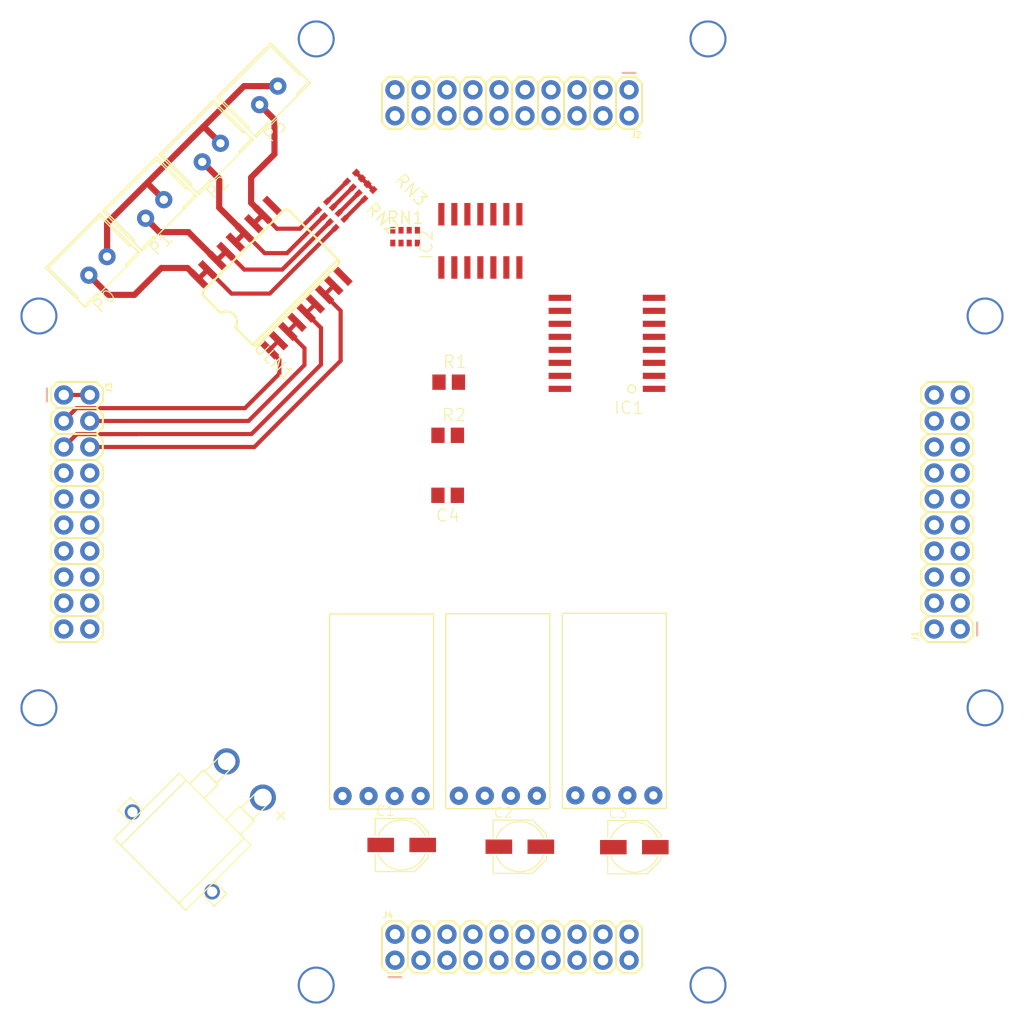
<source format=kicad_pcb>
(kicad_pcb (version 20171130) (host pcbnew 5.1.5+dfsg1-2build2)

  (general
    (thickness 1.6)
    (drawings 44)
    (tracks 87)
    (zones 0)
    (modules 24)
    (nets 81)
  )

  (page A4)
  (layers
    (0 Top signal)
    (31 Bottom signal)
    (32 B.Adhes user)
    (33 F.Adhes user)
    (34 B.Paste user)
    (35 F.Paste user)
    (36 B.SilkS user)
    (37 F.SilkS user)
    (38 B.Mask user)
    (39 F.Mask user)
    (40 Dwgs.User user)
    (41 Cmts.User user)
    (42 Eco1.User user)
    (43 Eco2.User user)
    (44 Edge.Cuts user)
    (45 Margin user)
    (46 B.CrtYd user)
    (47 F.CrtYd user)
    (48 B.Fab user)
    (49 F.Fab user)
  )

  (setup
    (last_trace_width 0.25)
    (trace_clearance 0.2)
    (zone_clearance 0.508)
    (zone_45_only no)
    (trace_min 0.2)
    (via_size 0.8)
    (via_drill 0.4)
    (via_min_size 0.4)
    (via_min_drill 0.3)
    (uvia_size 0.3)
    (uvia_drill 0.1)
    (uvias_allowed no)
    (uvia_min_size 0.2)
    (uvia_min_drill 0.1)
    (edge_width 0.05)
    (segment_width 0.2)
    (pcb_text_width 0.3)
    (pcb_text_size 1.5 1.5)
    (mod_edge_width 0.12)
    (mod_text_size 1 1)
    (mod_text_width 0.15)
    (pad_size 1.524 1.524)
    (pad_drill 0.762)
    (pad_to_mask_clearance 0.051)
    (solder_mask_min_width 0.25)
    (aux_axis_origin 0 0)
    (visible_elements FFFFFF7F)
    (pcbplotparams
      (layerselection 0x010fc_ffffffff)
      (usegerberextensions false)
      (usegerberattributes false)
      (usegerberadvancedattributes false)
      (creategerberjobfile false)
      (excludeedgelayer true)
      (linewidth 0.100000)
      (plotframeref false)
      (viasonmask false)
      (mode 1)
      (useauxorigin false)
      (hpglpennumber 1)
      (hpglpenspeed 20)
      (hpglpendiameter 15.000000)
      (psnegative false)
      (psa4output false)
      (plotreference true)
      (plotvalue true)
      (plotinvisibletext false)
      (padsonsilk false)
      (subtractmaskfromsilk false)
      (outputformat 1)
      (mirror false)
      (drillshape 1)
      (scaleselection 1)
      (outputdirectory ""))
  )

  (net 0 "")
  (net 1 N$1)
  (net 2 N$2)
  (net 3 N$3)
  (net 4 N$4)
  (net 5 N$5)
  (net 6 N$6)
  (net 7 GND)
  (net 8 U_3V3)
  (net 9 U_5V)
  (net 10 U_IN)
  (net 11 V+)
  (net 12 /SPI_SS3)
  (net 13 /SPI_MISO3)
  (net 14 /SPI_MOSI3)
  (net 15 /SPI_SCLK3)
  (net 16 /SPI_SS2)
  (net 17 /SPI_MISO2)
  (net 18 /SPI_MOSI2)
  (net 19 /SPI_SCLK2)
  (net 20 /SPI_SS1)
  (net 21 /SPI_MISO1)
  (net 22 /SPI_MOSI1)
  (net 23 /SPI_SCLK1)
  (net 24 /SPI_SS0)
  (net 25 /SPI_MISO0)
  (net 26 /SPI_MOSI0)
  (net 27 /SPI_SCLK0)
  (net 28 /UART_TX3)
  (net 29 /UART_RX3)
  (net 30 /UART_TX2)
  (net 31 /UART_RX2)
  (net 32 /UART_TX1)
  (net 33 /UART_RX1)
  (net 34 /UART_TX0)
  (net 35 /UART_RX0)
  (net 36 /I2C_SDA3)
  (net 37 /I2C_SCL3)
  (net 38 /I2C_SDA2)
  (net 39 /I2C_SCL2)
  (net 40 /I2C_SDA1)
  (net 41 /I2C_SCL1)
  (net 42 /I2C_SDA0)
  (net 43 /I2C_SCL0)
  (net 44 /PWM7)
  (net 45 /PWM6)
  (net 46 /PWM5)
  (net 47 /PWM4)
  (net 48 /PWM3)
  (net 49 /PWM2)
  (net 50 /PWM1)
  (net 51 /PWM0)
  (net 52 /GPIO7)
  (net 53 /GPIO6)
  (net 54 /GPIO5)
  (net 55 /GPIO4)
  (net 56 /GPIO3)
  (net 57 /GPIO2)
  (net 58 /GPIO1)
  (net 59 /GPIO0)
  (net 60 /U_1V8)
  (net 61 "Net-(P0-Pad2)")
  (net 62 "Net-(P1-Pad2)")
  (net 63 "Net-(P2-Pad2)")
  (net 64 "Net-(P3-Pad2)")
  (net 65 "Net-(IC1-Pad15)")
  (net 66 "Net-(IC1-Pad10)")
  (net 67 "Net-(IC1-Pad7)")
  (net 68 "Net-(IC1-Pad5)")
  (net 69 "Net-(IC1-Pad9)")
  (net 70 "Net-(IC1-Pad6)")
  (net 71 "Net-(IC1-Pad11)")
  (net 72 "Net-(IC1-Pad12)")
  (net 73 "Net-(IC1-Pad14)")
  (net 74 "Net-(IC1-Pad4)")
  (net 75 "Net-(IC1-Pad13)")
  (net 76 "Net-(C4-Pad1)")
  (net 77 "Net-(IC2-Pad7)")
  (net 78 "Net-(IC2-Pad5)")
  (net 79 "Net-(IC2-Pad9)")
  (net 80 "Net-(IC2-Pad11)")

  (net_class Default "This is the default net class."
    (clearance 0.2)
    (trace_width 0.25)
    (via_dia 0.8)
    (via_drill 0.4)
    (uvia_dia 0.3)
    (uvia_drill 0.1)
    (add_net /GPIO0)
    (add_net /GPIO1)
    (add_net /GPIO2)
    (add_net /GPIO3)
    (add_net /GPIO4)
    (add_net /GPIO5)
    (add_net /GPIO6)
    (add_net /GPIO7)
    (add_net /I2C_SCL0)
    (add_net /I2C_SCL1)
    (add_net /I2C_SCL2)
    (add_net /I2C_SCL3)
    (add_net /I2C_SDA0)
    (add_net /I2C_SDA1)
    (add_net /I2C_SDA2)
    (add_net /I2C_SDA3)
    (add_net /PWM0)
    (add_net /PWM1)
    (add_net /PWM2)
    (add_net /PWM3)
    (add_net /PWM4)
    (add_net /PWM5)
    (add_net /PWM6)
    (add_net /PWM7)
    (add_net /SPI_MISO0)
    (add_net /SPI_MISO1)
    (add_net /SPI_MISO2)
    (add_net /SPI_MISO3)
    (add_net /SPI_MOSI0)
    (add_net /SPI_MOSI1)
    (add_net /SPI_MOSI2)
    (add_net /SPI_MOSI3)
    (add_net /SPI_SCLK0)
    (add_net /SPI_SCLK1)
    (add_net /SPI_SCLK2)
    (add_net /SPI_SCLK3)
    (add_net /SPI_SS0)
    (add_net /SPI_SS1)
    (add_net /SPI_SS2)
    (add_net /SPI_SS3)
    (add_net /UART_RX0)
    (add_net /UART_RX1)
    (add_net /UART_RX2)
    (add_net /UART_RX3)
    (add_net /UART_TX0)
    (add_net /UART_TX1)
    (add_net /UART_TX2)
    (add_net /UART_TX3)
    (add_net /U_1V8)
    (add_net GND)
    (add_net N$1)
    (add_net N$2)
    (add_net N$3)
    (add_net N$4)
    (add_net N$5)
    (add_net N$6)
    (add_net "Net-(C4-Pad1)")
    (add_net "Net-(IC1-Pad10)")
    (add_net "Net-(IC1-Pad11)")
    (add_net "Net-(IC1-Pad12)")
    (add_net "Net-(IC1-Pad13)")
    (add_net "Net-(IC1-Pad14)")
    (add_net "Net-(IC1-Pad15)")
    (add_net "Net-(IC1-Pad4)")
    (add_net "Net-(IC1-Pad5)")
    (add_net "Net-(IC1-Pad6)")
    (add_net "Net-(IC1-Pad7)")
    (add_net "Net-(IC1-Pad9)")
    (add_net "Net-(IC2-Pad11)")
    (add_net "Net-(IC2-Pad5)")
    (add_net "Net-(IC2-Pad7)")
    (add_net "Net-(IC2-Pad9)")
    (add_net "Net-(P0-Pad2)")
    (add_net "Net-(P1-Pad2)")
    (add_net "Net-(P2-Pad2)")
    (add_net "Net-(P3-Pad2)")
    (add_net U_3V3)
    (add_net U_5V)
    (add_net U_IN)
    (add_net V+)
  )

  (module RQ2_supply:2X10 (layer Top) (tedit 0) (tstamp 6212863B)
    (at 192.27115 116.43355 90)
    (descr "<h3>Plated Through Hole - 2x10</h3>\n<p>Specifications:\n<ul><li>Pin count:20</li>\n<li>Pin pitch:0.1\"</li>\n</ul></p>\n<p>Example device(s):\n<ul><li>CONN_10x2</li>\n</ul></p>")
    (path /2CE6A523)
    (fp_text reference J1 (at -1.27 -4.064 90) (layer F.SilkS)
      (effects (font (size 0.57912 0.57912) (thickness 0.12192)) (justify left bottom))
    )
    (fp_text value CONN_10X2 (at -1.27 2.413 90) (layer F.Fab)
      (effects (font (size 0.57912 0.57912) (thickness 0.12192)) (justify left bottom))
    )
    (fp_line (start -1.27 -3.175) (end -0.635 -3.81) (layer F.SilkS) (width 0.2032))
    (fp_line (start -1.27 0.635) (end -1.27 -3.175) (layer F.SilkS) (width 0.2032))
    (fp_line (start -1.27 0.635) (end -0.635 1.27) (layer F.SilkS) (width 0.2032))
    (fp_line (start -0.635 1.651) (end 0.635 1.651) (layer B.SilkS) (width 0.2032))
    (fp_line (start -0.635 1.651) (end 0.635 1.651) (layer F.SilkS) (width 0.2032))
    (fp_poly (pts (xy 22.606 0.254) (xy 23.114 0.254) (xy 23.114 -0.254) (xy 22.606 -0.254)) (layer F.Fab) (width 0))
    (fp_poly (pts (xy 22.606 -2.286) (xy 23.114 -2.286) (xy 23.114 -2.794) (xy 22.606 -2.794)) (layer F.Fab) (width 0))
    (fp_poly (pts (xy 20.066 0.254) (xy 20.574 0.254) (xy 20.574 -0.254) (xy 20.066 -0.254)) (layer F.Fab) (width 0))
    (fp_poly (pts (xy 20.066 -2.286) (xy 20.574 -2.286) (xy 20.574 -2.794) (xy 20.066 -2.794)) (layer F.Fab) (width 0))
    (fp_poly (pts (xy 17.526 0.254) (xy 18.034 0.254) (xy 18.034 -0.254) (xy 17.526 -0.254)) (layer F.Fab) (width 0))
    (fp_poly (pts (xy 17.526 -2.286) (xy 18.034 -2.286) (xy 18.034 -2.794) (xy 17.526 -2.794)) (layer F.Fab) (width 0))
    (fp_poly (pts (xy 14.986 0.254) (xy 15.494 0.254) (xy 15.494 -0.254) (xy 14.986 -0.254)) (layer F.Fab) (width 0))
    (fp_poly (pts (xy 14.986 -2.286) (xy 15.494 -2.286) (xy 15.494 -2.794) (xy 14.986 -2.794)) (layer F.Fab) (width 0))
    (fp_poly (pts (xy 12.446 0.254) (xy 12.954 0.254) (xy 12.954 -0.254) (xy 12.446 -0.254)) (layer F.Fab) (width 0))
    (fp_poly (pts (xy 9.906 0.254) (xy 10.414 0.254) (xy 10.414 -0.254) (xy 9.906 -0.254)) (layer F.Fab) (width 0))
    (fp_poly (pts (xy 7.366 0.254) (xy 7.874 0.254) (xy 7.874 -0.254) (xy 7.366 -0.254)) (layer F.Fab) (width 0))
    (fp_poly (pts (xy 12.446 -2.286) (xy 12.954 -2.286) (xy 12.954 -2.794) (xy 12.446 -2.794)) (layer F.Fab) (width 0))
    (fp_poly (pts (xy 9.906 -2.286) (xy 10.414 -2.286) (xy 10.414 -2.794) (xy 9.906 -2.794)) (layer F.Fab) (width 0))
    (fp_poly (pts (xy 7.366 -2.286) (xy 7.874 -2.286) (xy 7.874 -2.794) (xy 7.366 -2.794)) (layer F.Fab) (width 0))
    (fp_poly (pts (xy 4.826 0.254) (xy 5.334 0.254) (xy 5.334 -0.254) (xy 4.826 -0.254)) (layer F.Fab) (width 0))
    (fp_poly (pts (xy 4.826 -2.286) (xy 5.334 -2.286) (xy 5.334 -2.794) (xy 4.826 -2.794)) (layer F.Fab) (width 0))
    (fp_poly (pts (xy 2.286 0.254) (xy 2.794 0.254) (xy 2.794 -0.254) (xy 2.286 -0.254)) (layer F.Fab) (width 0))
    (fp_poly (pts (xy 2.286 -2.286) (xy 2.794 -2.286) (xy 2.794 -2.794) (xy 2.286 -2.794)) (layer F.Fab) (width 0))
    (fp_poly (pts (xy -0.254 -2.286) (xy 0.254 -2.286) (xy 0.254 -2.794) (xy -0.254 -2.794)) (layer F.Fab) (width 0))
    (fp_poly (pts (xy -0.254 0.254) (xy 0.254 0.254) (xy 0.254 -0.254) (xy -0.254 -0.254)) (layer F.Fab) (width 0))
    (fp_line (start 22.225 1.27) (end 23.495 1.27) (layer F.SilkS) (width 0.2032))
    (fp_line (start 24.13 -3.175) (end 24.13 0.635) (layer F.SilkS) (width 0.2032))
    (fp_line (start 21.59 0.635) (end 22.225 1.27) (layer F.SilkS) (width 0.2032))
    (fp_line (start 24.13 0.635) (end 23.495 1.27) (layer F.SilkS) (width 0.2032))
    (fp_line (start 23.495 -3.81) (end 24.13 -3.175) (layer F.SilkS) (width 0.2032))
    (fp_line (start 22.225 -3.81) (end 23.495 -3.81) (layer F.SilkS) (width 0.2032))
    (fp_line (start 21.59 -3.175) (end 22.225 -3.81) (layer F.SilkS) (width 0.2032))
    (fp_line (start -0.635 1.27) (end 0.635 1.27) (layer F.SilkS) (width 0.2032))
    (fp_line (start 1.905 1.27) (end 3.175 1.27) (layer F.SilkS) (width 0.2032))
    (fp_line (start 4.445 1.27) (end 5.715 1.27) (layer F.SilkS) (width 0.2032))
    (fp_line (start 6.985 1.27) (end 8.255 1.27) (layer F.SilkS) (width 0.2032))
    (fp_line (start 9.525 1.27) (end 10.795 1.27) (layer F.SilkS) (width 0.2032))
    (fp_line (start 12.065 1.27) (end 13.335 1.27) (layer F.SilkS) (width 0.2032))
    (fp_line (start 14.605 1.27) (end 15.875 1.27) (layer F.SilkS) (width 0.2032))
    (fp_line (start 17.145 1.27) (end 18.415 1.27) (layer F.SilkS) (width 0.2032))
    (fp_line (start 19.685 1.27) (end 20.955 1.27) (layer F.SilkS) (width 0.2032))
    (fp_line (start 21.59 -3.175) (end 21.59 0.635) (layer F.SilkS) (width 0.2032))
    (fp_line (start 19.05 -3.175) (end 19.05 0.635) (layer F.SilkS) (width 0.2032))
    (fp_line (start 16.51 -3.175) (end 16.51 0.635) (layer F.SilkS) (width 0.2032))
    (fp_line (start 13.97 -3.175) (end 13.97 0.635) (layer F.SilkS) (width 0.2032))
    (fp_line (start 11.43 -3.175) (end 11.43 0.635) (layer F.SilkS) (width 0.2032))
    (fp_line (start 8.89 -3.175) (end 8.89 0.635) (layer F.SilkS) (width 0.2032))
    (fp_line (start 6.35 -3.175) (end 6.35 0.635) (layer F.SilkS) (width 0.2032))
    (fp_line (start 3.81 -3.175) (end 3.81 0.635) (layer F.SilkS) (width 0.2032))
    (fp_line (start 1.27 -3.175) (end 1.27 0.635) (layer F.SilkS) (width 0.2032))
    (fp_line (start 13.97 0.635) (end 14.605 1.27) (layer F.SilkS) (width 0.2032))
    (fp_line (start 16.51 0.635) (end 15.875 1.27) (layer F.SilkS) (width 0.2032))
    (fp_line (start 16.51 0.635) (end 17.145 1.27) (layer F.SilkS) (width 0.2032))
    (fp_line (start 19.05 0.635) (end 18.415 1.27) (layer F.SilkS) (width 0.2032))
    (fp_line (start 19.05 0.635) (end 19.685 1.27) (layer F.SilkS) (width 0.2032))
    (fp_line (start 21.59 0.635) (end 20.955 1.27) (layer F.SilkS) (width 0.2032))
    (fp_line (start 20.955 -3.81) (end 21.59 -3.175) (layer F.SilkS) (width 0.2032))
    (fp_line (start 19.685 -3.81) (end 20.955 -3.81) (layer F.SilkS) (width 0.2032))
    (fp_line (start 19.05 -3.175) (end 19.685 -3.81) (layer F.SilkS) (width 0.2032))
    (fp_line (start 18.415 -3.81) (end 19.05 -3.175) (layer F.SilkS) (width 0.2032))
    (fp_line (start 17.145 -3.81) (end 18.415 -3.81) (layer F.SilkS) (width 0.2032))
    (fp_line (start 16.51 -3.175) (end 17.145 -3.81) (layer F.SilkS) (width 0.2032))
    (fp_line (start 15.875 -3.81) (end 16.51 -3.175) (layer F.SilkS) (width 0.2032))
    (fp_line (start 14.605 -3.81) (end 15.875 -3.81) (layer F.SilkS) (width 0.2032))
    (fp_line (start 13.97 -3.175) (end 14.605 -3.81) (layer F.SilkS) (width 0.2032))
    (fp_line (start 13.335 -3.81) (end 13.97 -3.175) (layer F.SilkS) (width 0.2032))
    (fp_line (start 12.065 -3.81) (end 13.335 -3.81) (layer F.SilkS) (width 0.2032))
    (fp_line (start 11.43 -3.175) (end 12.065 -3.81) (layer F.SilkS) (width 0.2032))
    (fp_line (start 10.795 -3.81) (end 11.43 -3.175) (layer F.SilkS) (width 0.2032))
    (fp_line (start 9.525 -3.81) (end 10.795 -3.81) (layer F.SilkS) (width 0.2032))
    (fp_line (start 8.89 -3.175) (end 9.525 -3.81) (layer F.SilkS) (width 0.2032))
    (fp_line (start 8.255 -3.81) (end 8.89 -3.175) (layer F.SilkS) (width 0.2032))
    (fp_line (start 6.985 -3.81) (end 8.255 -3.81) (layer F.SilkS) (width 0.2032))
    (fp_line (start 6.35 -3.175) (end 6.985 -3.81) (layer F.SilkS) (width 0.2032))
    (fp_line (start 5.715 -3.81) (end 6.35 -3.175) (layer F.SilkS) (width 0.2032))
    (fp_line (start 4.445 -3.81) (end 5.715 -3.81) (layer F.SilkS) (width 0.2032))
    (fp_line (start 3.81 -3.175) (end 4.445 -3.81) (layer F.SilkS) (width 0.2032))
    (fp_line (start 3.175 -3.81) (end 3.81 -3.175) (layer F.SilkS) (width 0.2032))
    (fp_line (start 1.905 -3.81) (end 3.175 -3.81) (layer F.SilkS) (width 0.2032))
    (fp_line (start 1.27 -3.175) (end 1.905 -3.81) (layer F.SilkS) (width 0.2032))
    (fp_line (start 0.635 -3.81) (end 1.27 -3.175) (layer F.SilkS) (width 0.2032))
    (fp_line (start -0.635 -3.81) (end 0.635 -3.81) (layer F.SilkS) (width 0.2032))
    (fp_line (start 13.335 1.27) (end 13.97 0.635) (layer F.SilkS) (width 0.2032))
    (fp_line (start 11.43 0.635) (end 12.065 1.27) (layer F.SilkS) (width 0.2032))
    (fp_line (start 10.795 1.27) (end 11.43 0.635) (layer F.SilkS) (width 0.2032))
    (fp_line (start 8.89 0.635) (end 9.525 1.27) (layer F.SilkS) (width 0.2032))
    (fp_line (start 8.255 1.27) (end 8.89 0.635) (layer F.SilkS) (width 0.2032))
    (fp_line (start 6.35 0.635) (end 6.985 1.27) (layer F.SilkS) (width 0.2032))
    (fp_line (start 5.715 1.27) (end 6.35 0.635) (layer F.SilkS) (width 0.2032))
    (fp_line (start 3.81 0.635) (end 4.445 1.27) (layer F.SilkS) (width 0.2032))
    (fp_line (start 3.175 1.27) (end 3.81 0.635) (layer F.SilkS) (width 0.2032))
    (fp_line (start 1.27 0.635) (end 1.905 1.27) (layer F.SilkS) (width 0.2032))
    (fp_line (start 0.635 1.27) (end 1.27 0.635) (layer F.SilkS) (width 0.2032))
    (pad 20 thru_hole circle (at 22.86 -2.54 90) (size 1.8796 1.8796) (drill 1.016) (layers *.Cu *.Mask)
      (net 7 GND) (solder_mask_margin 0.1016))
    (pad 19 thru_hole circle (at 22.86 0 90) (size 1.8796 1.8796) (drill 1.016) (layers *.Cu *.Mask)
      (net 7 GND) (solder_mask_margin 0.1016))
    (pad 18 thru_hole circle (at 20.32 -2.54 90) (size 1.8796 1.8796) (drill 1.016) (layers *.Cu *.Mask)
      (net 12 /SPI_SS3) (solder_mask_margin 0.1016))
    (pad 17 thru_hole circle (at 20.32 0 90) (size 1.8796 1.8796) (drill 1.016) (layers *.Cu *.Mask)
      (net 13 /SPI_MISO3) (solder_mask_margin 0.1016))
    (pad 16 thru_hole circle (at 17.78 -2.54 90) (size 1.8796 1.8796) (drill 1.016) (layers *.Cu *.Mask)
      (net 14 /SPI_MOSI3) (solder_mask_margin 0.1016))
    (pad 15 thru_hole circle (at 17.78 0 90) (size 1.8796 1.8796) (drill 1.016) (layers *.Cu *.Mask)
      (net 15 /SPI_SCLK3) (solder_mask_margin 0.1016))
    (pad 14 thru_hole circle (at 15.24 -2.54 90) (size 1.8796 1.8796) (drill 1.016) (layers *.Cu *.Mask)
      (net 16 /SPI_SS2) (solder_mask_margin 0.1016))
    (pad 13 thru_hole circle (at 15.24 0 90) (size 1.8796 1.8796) (drill 1.016) (layers *.Cu *.Mask)
      (net 17 /SPI_MISO2) (solder_mask_margin 0.1016))
    (pad 12 thru_hole circle (at 12.7 -2.54 90) (size 1.8796 1.8796) (drill 1.016) (layers *.Cu *.Mask)
      (net 18 /SPI_MOSI2) (solder_mask_margin 0.1016))
    (pad 11 thru_hole circle (at 12.7 0 90) (size 1.8796 1.8796) (drill 1.016) (layers *.Cu *.Mask)
      (net 19 /SPI_SCLK2) (solder_mask_margin 0.1016))
    (pad 10 thru_hole circle (at 10.16 -2.54 90) (size 1.8796 1.8796) (drill 1.016) (layers *.Cu *.Mask)
      (net 20 /SPI_SS1) (solder_mask_margin 0.1016))
    (pad 9 thru_hole circle (at 10.16 0 90) (size 1.8796 1.8796) (drill 1.016) (layers *.Cu *.Mask)
      (net 21 /SPI_MISO1) (solder_mask_margin 0.1016))
    (pad 8 thru_hole circle (at 7.62 -2.54 90) (size 1.8796 1.8796) (drill 1.016) (layers *.Cu *.Mask)
      (net 22 /SPI_MOSI1) (solder_mask_margin 0.1016))
    (pad 7 thru_hole circle (at 7.62 0 90) (size 1.8796 1.8796) (drill 1.016) (layers *.Cu *.Mask)
      (net 23 /SPI_SCLK1) (solder_mask_margin 0.1016))
    (pad 6 thru_hole circle (at 5.08 -2.54 90) (size 1.8796 1.8796) (drill 1.016) (layers *.Cu *.Mask)
      (net 24 /SPI_SS0) (solder_mask_margin 0.1016))
    (pad 5 thru_hole circle (at 5.08 0 90) (size 1.8796 1.8796) (drill 1.016) (layers *.Cu *.Mask)
      (net 25 /SPI_MISO0) (solder_mask_margin 0.1016))
    (pad 4 thru_hole circle (at 2.54 -2.54 90) (size 1.8796 1.8796) (drill 1.016) (layers *.Cu *.Mask)
      (net 26 /SPI_MOSI0) (solder_mask_margin 0.1016))
    (pad 3 thru_hole circle (at 2.54 0 90) (size 1.8796 1.8796) (drill 1.016) (layers *.Cu *.Mask)
      (net 27 /SPI_SCLK0) (solder_mask_margin 0.1016))
    (pad 2 thru_hole circle (at 0 -2.54 90) (size 1.8796 1.8796) (drill 1.016) (layers *.Cu *.Mask)
      (net 7 GND) (solder_mask_margin 0.1016))
    (pad 1 thru_hole circle (at 0 0 90) (size 1.8796 1.8796) (drill 1.016) (layers *.Cu *.Mask)
      (net 7 GND) (solder_mask_margin 0.1016))
  )

  (module RQ2_supply:2X10 (layer Top) (tedit 0) (tstamp 621286AF)
    (at 159.93115 63.77355 180)
    (descr "<h3>Plated Through Hole - 2x10</h3>\n<p>Specifications:\n<ul><li>Pin count:20</li>\n<li>Pin pitch:0.1\"</li>\n</ul></p>\n<p>Example device(s):\n<ul><li>CONN_10x2</li>\n</ul></p>")
    (path /F2D55355)
    (fp_text reference J2 (at -1.27 -4.064 180) (layer F.SilkS)
      (effects (font (size 0.57912 0.57912) (thickness 0.12192)) (justify right top))
    )
    (fp_text value CONN_10X2 (at -1.27 2.413 180) (layer F.Fab)
      (effects (font (size 0.57912 0.57912) (thickness 0.12192)) (justify right top))
    )
    (fp_line (start -1.27 -3.175) (end -0.635 -3.81) (layer F.SilkS) (width 0.2032))
    (fp_line (start -1.27 0.635) (end -1.27 -3.175) (layer F.SilkS) (width 0.2032))
    (fp_line (start -1.27 0.635) (end -0.635 1.27) (layer F.SilkS) (width 0.2032))
    (fp_line (start -0.635 1.651) (end 0.635 1.651) (layer B.SilkS) (width 0.2032))
    (fp_line (start -0.635 1.651) (end 0.635 1.651) (layer F.SilkS) (width 0.2032))
    (fp_poly (pts (xy 22.606 0.254) (xy 23.114 0.254) (xy 23.114 -0.254) (xy 22.606 -0.254)) (layer F.Fab) (width 0))
    (fp_poly (pts (xy 22.606 -2.286) (xy 23.114 -2.286) (xy 23.114 -2.794) (xy 22.606 -2.794)) (layer F.Fab) (width 0))
    (fp_poly (pts (xy 20.066 0.254) (xy 20.574 0.254) (xy 20.574 -0.254) (xy 20.066 -0.254)) (layer F.Fab) (width 0))
    (fp_poly (pts (xy 20.066 -2.286) (xy 20.574 -2.286) (xy 20.574 -2.794) (xy 20.066 -2.794)) (layer F.Fab) (width 0))
    (fp_poly (pts (xy 17.526 0.254) (xy 18.034 0.254) (xy 18.034 -0.254) (xy 17.526 -0.254)) (layer F.Fab) (width 0))
    (fp_poly (pts (xy 17.526 -2.286) (xy 18.034 -2.286) (xy 18.034 -2.794) (xy 17.526 -2.794)) (layer F.Fab) (width 0))
    (fp_poly (pts (xy 14.986 0.254) (xy 15.494 0.254) (xy 15.494 -0.254) (xy 14.986 -0.254)) (layer F.Fab) (width 0))
    (fp_poly (pts (xy 14.986 -2.286) (xy 15.494 -2.286) (xy 15.494 -2.794) (xy 14.986 -2.794)) (layer F.Fab) (width 0))
    (fp_poly (pts (xy 12.446 0.254) (xy 12.954 0.254) (xy 12.954 -0.254) (xy 12.446 -0.254)) (layer F.Fab) (width 0))
    (fp_poly (pts (xy 9.906 0.254) (xy 10.414 0.254) (xy 10.414 -0.254) (xy 9.906 -0.254)) (layer F.Fab) (width 0))
    (fp_poly (pts (xy 7.366 0.254) (xy 7.874 0.254) (xy 7.874 -0.254) (xy 7.366 -0.254)) (layer F.Fab) (width 0))
    (fp_poly (pts (xy 12.446 -2.286) (xy 12.954 -2.286) (xy 12.954 -2.794) (xy 12.446 -2.794)) (layer F.Fab) (width 0))
    (fp_poly (pts (xy 9.906 -2.286) (xy 10.414 -2.286) (xy 10.414 -2.794) (xy 9.906 -2.794)) (layer F.Fab) (width 0))
    (fp_poly (pts (xy 7.366 -2.286) (xy 7.874 -2.286) (xy 7.874 -2.794) (xy 7.366 -2.794)) (layer F.Fab) (width 0))
    (fp_poly (pts (xy 4.826 0.254) (xy 5.334 0.254) (xy 5.334 -0.254) (xy 4.826 -0.254)) (layer F.Fab) (width 0))
    (fp_poly (pts (xy 4.826 -2.286) (xy 5.334 -2.286) (xy 5.334 -2.794) (xy 4.826 -2.794)) (layer F.Fab) (width 0))
    (fp_poly (pts (xy 2.286 0.254) (xy 2.794 0.254) (xy 2.794 -0.254) (xy 2.286 -0.254)) (layer F.Fab) (width 0))
    (fp_poly (pts (xy 2.286 -2.286) (xy 2.794 -2.286) (xy 2.794 -2.794) (xy 2.286 -2.794)) (layer F.Fab) (width 0))
    (fp_poly (pts (xy -0.254 -2.286) (xy 0.254 -2.286) (xy 0.254 -2.794) (xy -0.254 -2.794)) (layer F.Fab) (width 0))
    (fp_poly (pts (xy -0.254 0.254) (xy 0.254 0.254) (xy 0.254 -0.254) (xy -0.254 -0.254)) (layer F.Fab) (width 0))
    (fp_line (start 22.225 1.27) (end 23.495 1.27) (layer F.SilkS) (width 0.2032))
    (fp_line (start 24.13 -3.175) (end 24.13 0.635) (layer F.SilkS) (width 0.2032))
    (fp_line (start 21.59 0.635) (end 22.225 1.27) (layer F.SilkS) (width 0.2032))
    (fp_line (start 24.13 0.635) (end 23.495 1.27) (layer F.SilkS) (width 0.2032))
    (fp_line (start 23.495 -3.81) (end 24.13 -3.175) (layer F.SilkS) (width 0.2032))
    (fp_line (start 22.225 -3.81) (end 23.495 -3.81) (layer F.SilkS) (width 0.2032))
    (fp_line (start 21.59 -3.175) (end 22.225 -3.81) (layer F.SilkS) (width 0.2032))
    (fp_line (start -0.635 1.27) (end 0.635 1.27) (layer F.SilkS) (width 0.2032))
    (fp_line (start 1.905 1.27) (end 3.175 1.27) (layer F.SilkS) (width 0.2032))
    (fp_line (start 4.445 1.27) (end 5.715 1.27) (layer F.SilkS) (width 0.2032))
    (fp_line (start 6.985 1.27) (end 8.255 1.27) (layer F.SilkS) (width 0.2032))
    (fp_line (start 9.525 1.27) (end 10.795 1.27) (layer F.SilkS) (width 0.2032))
    (fp_line (start 12.065 1.27) (end 13.335 1.27) (layer F.SilkS) (width 0.2032))
    (fp_line (start 14.605 1.27) (end 15.875 1.27) (layer F.SilkS) (width 0.2032))
    (fp_line (start 17.145 1.27) (end 18.415 1.27) (layer F.SilkS) (width 0.2032))
    (fp_line (start 19.685 1.27) (end 20.955 1.27) (layer F.SilkS) (width 0.2032))
    (fp_line (start 21.59 -3.175) (end 21.59 0.635) (layer F.SilkS) (width 0.2032))
    (fp_line (start 19.05 -3.175) (end 19.05 0.635) (layer F.SilkS) (width 0.2032))
    (fp_line (start 16.51 -3.175) (end 16.51 0.635) (layer F.SilkS) (width 0.2032))
    (fp_line (start 13.97 -3.175) (end 13.97 0.635) (layer F.SilkS) (width 0.2032))
    (fp_line (start 11.43 -3.175) (end 11.43 0.635) (layer F.SilkS) (width 0.2032))
    (fp_line (start 8.89 -3.175) (end 8.89 0.635) (layer F.SilkS) (width 0.2032))
    (fp_line (start 6.35 -3.175) (end 6.35 0.635) (layer F.SilkS) (width 0.2032))
    (fp_line (start 3.81 -3.175) (end 3.81 0.635) (layer F.SilkS) (width 0.2032))
    (fp_line (start 1.27 -3.175) (end 1.27 0.635) (layer F.SilkS) (width 0.2032))
    (fp_line (start 13.97 0.635) (end 14.605 1.27) (layer F.SilkS) (width 0.2032))
    (fp_line (start 16.51 0.635) (end 15.875 1.27) (layer F.SilkS) (width 0.2032))
    (fp_line (start 16.51 0.635) (end 17.145 1.27) (layer F.SilkS) (width 0.2032))
    (fp_line (start 19.05 0.635) (end 18.415 1.27) (layer F.SilkS) (width 0.2032))
    (fp_line (start 19.05 0.635) (end 19.685 1.27) (layer F.SilkS) (width 0.2032))
    (fp_line (start 21.59 0.635) (end 20.955 1.27) (layer F.SilkS) (width 0.2032))
    (fp_line (start 20.955 -3.81) (end 21.59 -3.175) (layer F.SilkS) (width 0.2032))
    (fp_line (start 19.685 -3.81) (end 20.955 -3.81) (layer F.SilkS) (width 0.2032))
    (fp_line (start 19.05 -3.175) (end 19.685 -3.81) (layer F.SilkS) (width 0.2032))
    (fp_line (start 18.415 -3.81) (end 19.05 -3.175) (layer F.SilkS) (width 0.2032))
    (fp_line (start 17.145 -3.81) (end 18.415 -3.81) (layer F.SilkS) (width 0.2032))
    (fp_line (start 16.51 -3.175) (end 17.145 -3.81) (layer F.SilkS) (width 0.2032))
    (fp_line (start 15.875 -3.81) (end 16.51 -3.175) (layer F.SilkS) (width 0.2032))
    (fp_line (start 14.605 -3.81) (end 15.875 -3.81) (layer F.SilkS) (width 0.2032))
    (fp_line (start 13.97 -3.175) (end 14.605 -3.81) (layer F.SilkS) (width 0.2032))
    (fp_line (start 13.335 -3.81) (end 13.97 -3.175) (layer F.SilkS) (width 0.2032))
    (fp_line (start 12.065 -3.81) (end 13.335 -3.81) (layer F.SilkS) (width 0.2032))
    (fp_line (start 11.43 -3.175) (end 12.065 -3.81) (layer F.SilkS) (width 0.2032))
    (fp_line (start 10.795 -3.81) (end 11.43 -3.175) (layer F.SilkS) (width 0.2032))
    (fp_line (start 9.525 -3.81) (end 10.795 -3.81) (layer F.SilkS) (width 0.2032))
    (fp_line (start 8.89 -3.175) (end 9.525 -3.81) (layer F.SilkS) (width 0.2032))
    (fp_line (start 8.255 -3.81) (end 8.89 -3.175) (layer F.SilkS) (width 0.2032))
    (fp_line (start 6.985 -3.81) (end 8.255 -3.81) (layer F.SilkS) (width 0.2032))
    (fp_line (start 6.35 -3.175) (end 6.985 -3.81) (layer F.SilkS) (width 0.2032))
    (fp_line (start 5.715 -3.81) (end 6.35 -3.175) (layer F.SilkS) (width 0.2032))
    (fp_line (start 4.445 -3.81) (end 5.715 -3.81) (layer F.SilkS) (width 0.2032))
    (fp_line (start 3.81 -3.175) (end 4.445 -3.81) (layer F.SilkS) (width 0.2032))
    (fp_line (start 3.175 -3.81) (end 3.81 -3.175) (layer F.SilkS) (width 0.2032))
    (fp_line (start 1.905 -3.81) (end 3.175 -3.81) (layer F.SilkS) (width 0.2032))
    (fp_line (start 1.27 -3.175) (end 1.905 -3.81) (layer F.SilkS) (width 0.2032))
    (fp_line (start 0.635 -3.81) (end 1.27 -3.175) (layer F.SilkS) (width 0.2032))
    (fp_line (start -0.635 -3.81) (end 0.635 -3.81) (layer F.SilkS) (width 0.2032))
    (fp_line (start 13.335 1.27) (end 13.97 0.635) (layer F.SilkS) (width 0.2032))
    (fp_line (start 11.43 0.635) (end 12.065 1.27) (layer F.SilkS) (width 0.2032))
    (fp_line (start 10.795 1.27) (end 11.43 0.635) (layer F.SilkS) (width 0.2032))
    (fp_line (start 8.89 0.635) (end 9.525 1.27) (layer F.SilkS) (width 0.2032))
    (fp_line (start 8.255 1.27) (end 8.89 0.635) (layer F.SilkS) (width 0.2032))
    (fp_line (start 6.35 0.635) (end 6.985 1.27) (layer F.SilkS) (width 0.2032))
    (fp_line (start 5.715 1.27) (end 6.35 0.635) (layer F.SilkS) (width 0.2032))
    (fp_line (start 3.81 0.635) (end 4.445 1.27) (layer F.SilkS) (width 0.2032))
    (fp_line (start 3.175 1.27) (end 3.81 0.635) (layer F.SilkS) (width 0.2032))
    (fp_line (start 1.27 0.635) (end 1.905 1.27) (layer F.SilkS) (width 0.2032))
    (fp_line (start 0.635 1.27) (end 1.27 0.635) (layer F.SilkS) (width 0.2032))
    (pad 20 thru_hole circle (at 22.86 -2.54 180) (size 1.8796 1.8796) (drill 1.016) (layers *.Cu *.Mask)
      (net 7 GND) (solder_mask_margin 0.1016))
    (pad 19 thru_hole circle (at 22.86 0 180) (size 1.8796 1.8796) (drill 1.016) (layers *.Cu *.Mask)
      (net 7 GND) (solder_mask_margin 0.1016))
    (pad 18 thru_hole circle (at 20.32 -2.54 180) (size 1.8796 1.8796) (drill 1.016) (layers *.Cu *.Mask)
      (net 28 /UART_TX3) (solder_mask_margin 0.1016))
    (pad 17 thru_hole circle (at 20.32 0 180) (size 1.8796 1.8796) (drill 1.016) (layers *.Cu *.Mask)
      (net 29 /UART_RX3) (solder_mask_margin 0.1016))
    (pad 16 thru_hole circle (at 17.78 -2.54 180) (size 1.8796 1.8796) (drill 1.016) (layers *.Cu *.Mask)
      (net 30 /UART_TX2) (solder_mask_margin 0.1016))
    (pad 15 thru_hole circle (at 17.78 0 180) (size 1.8796 1.8796) (drill 1.016) (layers *.Cu *.Mask)
      (net 31 /UART_RX2) (solder_mask_margin 0.1016))
    (pad 14 thru_hole circle (at 15.24 -2.54 180) (size 1.8796 1.8796) (drill 1.016) (layers *.Cu *.Mask)
      (net 32 /UART_TX1) (solder_mask_margin 0.1016))
    (pad 13 thru_hole circle (at 15.24 0 180) (size 1.8796 1.8796) (drill 1.016) (layers *.Cu *.Mask)
      (net 33 /UART_RX1) (solder_mask_margin 0.1016))
    (pad 12 thru_hole circle (at 12.7 -2.54 180) (size 1.8796 1.8796) (drill 1.016) (layers *.Cu *.Mask)
      (net 34 /UART_TX0) (solder_mask_margin 0.1016))
    (pad 11 thru_hole circle (at 12.7 0 180) (size 1.8796 1.8796) (drill 1.016) (layers *.Cu *.Mask)
      (net 35 /UART_RX0) (solder_mask_margin 0.1016))
    (pad 10 thru_hole circle (at 10.16 -2.54 180) (size 1.8796 1.8796) (drill 1.016) (layers *.Cu *.Mask)
      (net 36 /I2C_SDA3) (solder_mask_margin 0.1016))
    (pad 9 thru_hole circle (at 10.16 0 180) (size 1.8796 1.8796) (drill 1.016) (layers *.Cu *.Mask)
      (net 37 /I2C_SCL3) (solder_mask_margin 0.1016))
    (pad 8 thru_hole circle (at 7.62 -2.54 180) (size 1.8796 1.8796) (drill 1.016) (layers *.Cu *.Mask)
      (net 38 /I2C_SDA2) (solder_mask_margin 0.1016))
    (pad 7 thru_hole circle (at 7.62 0 180) (size 1.8796 1.8796) (drill 1.016) (layers *.Cu *.Mask)
      (net 39 /I2C_SCL2) (solder_mask_margin 0.1016))
    (pad 6 thru_hole circle (at 5.08 -2.54 180) (size 1.8796 1.8796) (drill 1.016) (layers *.Cu *.Mask)
      (net 40 /I2C_SDA1) (solder_mask_margin 0.1016))
    (pad 5 thru_hole circle (at 5.08 0 180) (size 1.8796 1.8796) (drill 1.016) (layers *.Cu *.Mask)
      (net 41 /I2C_SCL1) (solder_mask_margin 0.1016))
    (pad 4 thru_hole circle (at 2.54 -2.54 180) (size 1.8796 1.8796) (drill 1.016) (layers *.Cu *.Mask)
      (net 42 /I2C_SDA0) (solder_mask_margin 0.1016))
    (pad 3 thru_hole circle (at 2.54 0 180) (size 1.8796 1.8796) (drill 1.016) (layers *.Cu *.Mask)
      (net 43 /I2C_SCL0) (solder_mask_margin 0.1016))
    (pad 2 thru_hole circle (at 0 -2.54 180) (size 1.8796 1.8796) (drill 1.016) (layers *.Cu *.Mask)
      (net 7 GND) (solder_mask_margin 0.1016))
    (pad 1 thru_hole circle (at 0 0 180) (size 1.8796 1.8796) (drill 1.016) (layers *.Cu *.Mask)
      (net 7 GND) (solder_mask_margin 0.1016))
  )

  (module RQ2_supply:2X10 (layer Top) (tedit 0) (tstamp 62128723)
    (at 104.73115 93.57355 270)
    (descr "<h3>Plated Through Hole - 2x10</h3>\n<p>Specifications:\n<ul><li>Pin count:20</li>\n<li>Pin pitch:0.1\"</li>\n</ul></p>\n<p>Example device(s):\n<ul><li>CONN_10x2</li>\n</ul></p>")
    (path /D6A0AFFD)
    (fp_text reference J3 (at -1.27 -4.064 270) (layer F.SilkS)
      (effects (font (size 0.57912 0.57912) (thickness 0.12192)) (justify right top))
    )
    (fp_text value CONN_10X2 (at -1.27 2.413 270) (layer F.Fab)
      (effects (font (size 0.57912 0.57912) (thickness 0.12192)) (justify right top))
    )
    (fp_line (start -1.27 -3.175) (end -0.635 -3.81) (layer F.SilkS) (width 0.2032))
    (fp_line (start -1.27 0.635) (end -1.27 -3.175) (layer F.SilkS) (width 0.2032))
    (fp_line (start -1.27 0.635) (end -0.635 1.27) (layer F.SilkS) (width 0.2032))
    (fp_line (start -0.635 1.651) (end 0.635 1.651) (layer B.SilkS) (width 0.2032))
    (fp_line (start -0.635 1.651) (end 0.635 1.651) (layer F.SilkS) (width 0.2032))
    (fp_poly (pts (xy 22.606 0.254) (xy 23.114 0.254) (xy 23.114 -0.254) (xy 22.606 -0.254)) (layer F.Fab) (width 0))
    (fp_poly (pts (xy 22.606 -2.286) (xy 23.114 -2.286) (xy 23.114 -2.794) (xy 22.606 -2.794)) (layer F.Fab) (width 0))
    (fp_poly (pts (xy 20.066 0.254) (xy 20.574 0.254) (xy 20.574 -0.254) (xy 20.066 -0.254)) (layer F.Fab) (width 0))
    (fp_poly (pts (xy 20.066 -2.286) (xy 20.574 -2.286) (xy 20.574 -2.794) (xy 20.066 -2.794)) (layer F.Fab) (width 0))
    (fp_poly (pts (xy 17.526 0.254) (xy 18.034 0.254) (xy 18.034 -0.254) (xy 17.526 -0.254)) (layer F.Fab) (width 0))
    (fp_poly (pts (xy 17.526 -2.286) (xy 18.034 -2.286) (xy 18.034 -2.794) (xy 17.526 -2.794)) (layer F.Fab) (width 0))
    (fp_poly (pts (xy 14.986 0.254) (xy 15.494 0.254) (xy 15.494 -0.254) (xy 14.986 -0.254)) (layer F.Fab) (width 0))
    (fp_poly (pts (xy 14.986 -2.286) (xy 15.494 -2.286) (xy 15.494 -2.794) (xy 14.986 -2.794)) (layer F.Fab) (width 0))
    (fp_poly (pts (xy 12.446 0.254) (xy 12.954 0.254) (xy 12.954 -0.254) (xy 12.446 -0.254)) (layer F.Fab) (width 0))
    (fp_poly (pts (xy 9.906 0.254) (xy 10.414 0.254) (xy 10.414 -0.254) (xy 9.906 -0.254)) (layer F.Fab) (width 0))
    (fp_poly (pts (xy 7.366 0.254) (xy 7.874 0.254) (xy 7.874 -0.254) (xy 7.366 -0.254)) (layer F.Fab) (width 0))
    (fp_poly (pts (xy 12.446 -2.286) (xy 12.954 -2.286) (xy 12.954 -2.794) (xy 12.446 -2.794)) (layer F.Fab) (width 0))
    (fp_poly (pts (xy 9.906 -2.286) (xy 10.414 -2.286) (xy 10.414 -2.794) (xy 9.906 -2.794)) (layer F.Fab) (width 0))
    (fp_poly (pts (xy 7.366 -2.286) (xy 7.874 -2.286) (xy 7.874 -2.794) (xy 7.366 -2.794)) (layer F.Fab) (width 0))
    (fp_poly (pts (xy 4.826 0.254) (xy 5.334 0.254) (xy 5.334 -0.254) (xy 4.826 -0.254)) (layer F.Fab) (width 0))
    (fp_poly (pts (xy 4.826 -2.286) (xy 5.334 -2.286) (xy 5.334 -2.794) (xy 4.826 -2.794)) (layer F.Fab) (width 0))
    (fp_poly (pts (xy 2.286 0.254) (xy 2.794 0.254) (xy 2.794 -0.254) (xy 2.286 -0.254)) (layer F.Fab) (width 0))
    (fp_poly (pts (xy 2.286 -2.286) (xy 2.794 -2.286) (xy 2.794 -2.794) (xy 2.286 -2.794)) (layer F.Fab) (width 0))
    (fp_poly (pts (xy -0.254 -2.286) (xy 0.254 -2.286) (xy 0.254 -2.794) (xy -0.254 -2.794)) (layer F.Fab) (width 0))
    (fp_poly (pts (xy -0.254 0.254) (xy 0.254 0.254) (xy 0.254 -0.254) (xy -0.254 -0.254)) (layer F.Fab) (width 0))
    (fp_line (start 22.225 1.27) (end 23.495 1.27) (layer F.SilkS) (width 0.2032))
    (fp_line (start 24.13 -3.175) (end 24.13 0.635) (layer F.SilkS) (width 0.2032))
    (fp_line (start 21.59 0.635) (end 22.225 1.27) (layer F.SilkS) (width 0.2032))
    (fp_line (start 24.13 0.635) (end 23.495 1.27) (layer F.SilkS) (width 0.2032))
    (fp_line (start 23.495 -3.81) (end 24.13 -3.175) (layer F.SilkS) (width 0.2032))
    (fp_line (start 22.225 -3.81) (end 23.495 -3.81) (layer F.SilkS) (width 0.2032))
    (fp_line (start 21.59 -3.175) (end 22.225 -3.81) (layer F.SilkS) (width 0.2032))
    (fp_line (start -0.635 1.27) (end 0.635 1.27) (layer F.SilkS) (width 0.2032))
    (fp_line (start 1.905 1.27) (end 3.175 1.27) (layer F.SilkS) (width 0.2032))
    (fp_line (start 4.445 1.27) (end 5.715 1.27) (layer F.SilkS) (width 0.2032))
    (fp_line (start 6.985 1.27) (end 8.255 1.27) (layer F.SilkS) (width 0.2032))
    (fp_line (start 9.525 1.27) (end 10.795 1.27) (layer F.SilkS) (width 0.2032))
    (fp_line (start 12.065 1.27) (end 13.335 1.27) (layer F.SilkS) (width 0.2032))
    (fp_line (start 14.605 1.27) (end 15.875 1.27) (layer F.SilkS) (width 0.2032))
    (fp_line (start 17.145 1.27) (end 18.415 1.27) (layer F.SilkS) (width 0.2032))
    (fp_line (start 19.685 1.27) (end 20.955 1.27) (layer F.SilkS) (width 0.2032))
    (fp_line (start 21.59 -3.175) (end 21.59 0.635) (layer F.SilkS) (width 0.2032))
    (fp_line (start 19.05 -3.175) (end 19.05 0.635) (layer F.SilkS) (width 0.2032))
    (fp_line (start 16.51 -3.175) (end 16.51 0.635) (layer F.SilkS) (width 0.2032))
    (fp_line (start 13.97 -3.175) (end 13.97 0.635) (layer F.SilkS) (width 0.2032))
    (fp_line (start 11.43 -3.175) (end 11.43 0.635) (layer F.SilkS) (width 0.2032))
    (fp_line (start 8.89 -3.175) (end 8.89 0.635) (layer F.SilkS) (width 0.2032))
    (fp_line (start 6.35 -3.175) (end 6.35 0.635) (layer F.SilkS) (width 0.2032))
    (fp_line (start 3.81 -3.175) (end 3.81 0.635) (layer F.SilkS) (width 0.2032))
    (fp_line (start 1.27 -3.175) (end 1.27 0.635) (layer F.SilkS) (width 0.2032))
    (fp_line (start 13.97 0.635) (end 14.605 1.27) (layer F.SilkS) (width 0.2032))
    (fp_line (start 16.51 0.635) (end 15.875 1.27) (layer F.SilkS) (width 0.2032))
    (fp_line (start 16.51 0.635) (end 17.145 1.27) (layer F.SilkS) (width 0.2032))
    (fp_line (start 19.05 0.635) (end 18.415 1.27) (layer F.SilkS) (width 0.2032))
    (fp_line (start 19.05 0.635) (end 19.685 1.27) (layer F.SilkS) (width 0.2032))
    (fp_line (start 21.59 0.635) (end 20.955 1.27) (layer F.SilkS) (width 0.2032))
    (fp_line (start 20.955 -3.81) (end 21.59 -3.175) (layer F.SilkS) (width 0.2032))
    (fp_line (start 19.685 -3.81) (end 20.955 -3.81) (layer F.SilkS) (width 0.2032))
    (fp_line (start 19.05 -3.175) (end 19.685 -3.81) (layer F.SilkS) (width 0.2032))
    (fp_line (start 18.415 -3.81) (end 19.05 -3.175) (layer F.SilkS) (width 0.2032))
    (fp_line (start 17.145 -3.81) (end 18.415 -3.81) (layer F.SilkS) (width 0.2032))
    (fp_line (start 16.51 -3.175) (end 17.145 -3.81) (layer F.SilkS) (width 0.2032))
    (fp_line (start 15.875 -3.81) (end 16.51 -3.175) (layer F.SilkS) (width 0.2032))
    (fp_line (start 14.605 -3.81) (end 15.875 -3.81) (layer F.SilkS) (width 0.2032))
    (fp_line (start 13.97 -3.175) (end 14.605 -3.81) (layer F.SilkS) (width 0.2032))
    (fp_line (start 13.335 -3.81) (end 13.97 -3.175) (layer F.SilkS) (width 0.2032))
    (fp_line (start 12.065 -3.81) (end 13.335 -3.81) (layer F.SilkS) (width 0.2032))
    (fp_line (start 11.43 -3.175) (end 12.065 -3.81) (layer F.SilkS) (width 0.2032))
    (fp_line (start 10.795 -3.81) (end 11.43 -3.175) (layer F.SilkS) (width 0.2032))
    (fp_line (start 9.525 -3.81) (end 10.795 -3.81) (layer F.SilkS) (width 0.2032))
    (fp_line (start 8.89 -3.175) (end 9.525 -3.81) (layer F.SilkS) (width 0.2032))
    (fp_line (start 8.255 -3.81) (end 8.89 -3.175) (layer F.SilkS) (width 0.2032))
    (fp_line (start 6.985 -3.81) (end 8.255 -3.81) (layer F.SilkS) (width 0.2032))
    (fp_line (start 6.35 -3.175) (end 6.985 -3.81) (layer F.SilkS) (width 0.2032))
    (fp_line (start 5.715 -3.81) (end 6.35 -3.175) (layer F.SilkS) (width 0.2032))
    (fp_line (start 4.445 -3.81) (end 5.715 -3.81) (layer F.SilkS) (width 0.2032))
    (fp_line (start 3.81 -3.175) (end 4.445 -3.81) (layer F.SilkS) (width 0.2032))
    (fp_line (start 3.175 -3.81) (end 3.81 -3.175) (layer F.SilkS) (width 0.2032))
    (fp_line (start 1.905 -3.81) (end 3.175 -3.81) (layer F.SilkS) (width 0.2032))
    (fp_line (start 1.27 -3.175) (end 1.905 -3.81) (layer F.SilkS) (width 0.2032))
    (fp_line (start 0.635 -3.81) (end 1.27 -3.175) (layer F.SilkS) (width 0.2032))
    (fp_line (start -0.635 -3.81) (end 0.635 -3.81) (layer F.SilkS) (width 0.2032))
    (fp_line (start 13.335 1.27) (end 13.97 0.635) (layer F.SilkS) (width 0.2032))
    (fp_line (start 11.43 0.635) (end 12.065 1.27) (layer F.SilkS) (width 0.2032))
    (fp_line (start 10.795 1.27) (end 11.43 0.635) (layer F.SilkS) (width 0.2032))
    (fp_line (start 8.89 0.635) (end 9.525 1.27) (layer F.SilkS) (width 0.2032))
    (fp_line (start 8.255 1.27) (end 8.89 0.635) (layer F.SilkS) (width 0.2032))
    (fp_line (start 6.35 0.635) (end 6.985 1.27) (layer F.SilkS) (width 0.2032))
    (fp_line (start 5.715 1.27) (end 6.35 0.635) (layer F.SilkS) (width 0.2032))
    (fp_line (start 3.81 0.635) (end 4.445 1.27) (layer F.SilkS) (width 0.2032))
    (fp_line (start 3.175 1.27) (end 3.81 0.635) (layer F.SilkS) (width 0.2032))
    (fp_line (start 1.27 0.635) (end 1.905 1.27) (layer F.SilkS) (width 0.2032))
    (fp_line (start 0.635 1.27) (end 1.27 0.635) (layer F.SilkS) (width 0.2032))
    (pad 20 thru_hole circle (at 22.86 -2.54 270) (size 1.8796 1.8796) (drill 1.016) (layers *.Cu *.Mask)
      (net 7 GND) (solder_mask_margin 0.1016))
    (pad 19 thru_hole circle (at 22.86 0 270) (size 1.8796 1.8796) (drill 1.016) (layers *.Cu *.Mask)
      (net 7 GND) (solder_mask_margin 0.1016))
    (pad 18 thru_hole circle (at 20.32 -2.54 270) (size 1.8796 1.8796) (drill 1.016) (layers *.Cu *.Mask)
      (net 44 /PWM7) (solder_mask_margin 0.1016))
    (pad 17 thru_hole circle (at 20.32 0 270) (size 1.8796 1.8796) (drill 1.016) (layers *.Cu *.Mask)
      (net 45 /PWM6) (solder_mask_margin 0.1016))
    (pad 16 thru_hole circle (at 17.78 -2.54 270) (size 1.8796 1.8796) (drill 1.016) (layers *.Cu *.Mask)
      (net 46 /PWM5) (solder_mask_margin 0.1016))
    (pad 15 thru_hole circle (at 17.78 0 270) (size 1.8796 1.8796) (drill 1.016) (layers *.Cu *.Mask)
      (net 47 /PWM4) (solder_mask_margin 0.1016))
    (pad 14 thru_hole circle (at 15.24 -2.54 270) (size 1.8796 1.8796) (drill 1.016) (layers *.Cu *.Mask)
      (net 48 /PWM3) (solder_mask_margin 0.1016))
    (pad 13 thru_hole circle (at 15.24 0 270) (size 1.8796 1.8796) (drill 1.016) (layers *.Cu *.Mask)
      (net 49 /PWM2) (solder_mask_margin 0.1016))
    (pad 12 thru_hole circle (at 12.7 -2.54 270) (size 1.8796 1.8796) (drill 1.016) (layers *.Cu *.Mask)
      (net 50 /PWM1) (solder_mask_margin 0.1016))
    (pad 11 thru_hole circle (at 12.7 0 270) (size 1.8796 1.8796) (drill 1.016) (layers *.Cu *.Mask)
      (net 51 /PWM0) (solder_mask_margin 0.1016))
    (pad 10 thru_hole circle (at 10.16 -2.54 270) (size 1.8796 1.8796) (drill 1.016) (layers *.Cu *.Mask)
      (net 52 /GPIO7) (solder_mask_margin 0.1016))
    (pad 9 thru_hole circle (at 10.16 0 270) (size 1.8796 1.8796) (drill 1.016) (layers *.Cu *.Mask)
      (net 53 /GPIO6) (solder_mask_margin 0.1016))
    (pad 8 thru_hole circle (at 7.62 -2.54 270) (size 1.8796 1.8796) (drill 1.016) (layers *.Cu *.Mask)
      (net 54 /GPIO5) (solder_mask_margin 0.1016))
    (pad 7 thru_hole circle (at 7.62 0 270) (size 1.8796 1.8796) (drill 1.016) (layers *.Cu *.Mask)
      (net 55 /GPIO4) (solder_mask_margin 0.1016))
    (pad 6 thru_hole circle (at 5.08 -2.54 270) (size 1.8796 1.8796) (drill 1.016) (layers *.Cu *.Mask)
      (net 56 /GPIO3) (solder_mask_margin 0.1016))
    (pad 5 thru_hole circle (at 5.08 0 270) (size 1.8796 1.8796) (drill 1.016) (layers *.Cu *.Mask)
      (net 57 /GPIO2) (solder_mask_margin 0.1016))
    (pad 4 thru_hole circle (at 2.54 -2.54 270) (size 1.8796 1.8796) (drill 1.016) (layers *.Cu *.Mask)
      (net 58 /GPIO1) (solder_mask_margin 0.1016))
    (pad 3 thru_hole circle (at 2.54 0 270) (size 1.8796 1.8796) (drill 1.016) (layers *.Cu *.Mask)
      (net 59 /GPIO0) (solder_mask_margin 0.1016))
    (pad 2 thru_hole circle (at 0 -2.54 270) (size 1.8796 1.8796) (drill 1.016) (layers *.Cu *.Mask)
      (net 7 GND) (solder_mask_margin 0.1016))
    (pad 1 thru_hole circle (at 0 0 270) (size 1.8796 1.8796) (drill 1.016) (layers *.Cu *.Mask)
      (net 7 GND) (solder_mask_margin 0.1016))
  )

  (module RQ2_supply:2X10 (layer Top) (tedit 0) (tstamp 62128797)
    (at 137.07115 148.77355)
    (descr "<h3>Plated Through Hole - 2x10</h3>\n<p>Specifications:\n<ul><li>Pin count:20</li>\n<li>Pin pitch:0.1\"</li>\n</ul></p>\n<p>Example device(s):\n<ul><li>CONN_10x2</li>\n</ul></p>")
    (path /2A89DB3B)
    (fp_text reference J4 (at -1.27 -4.064) (layer F.SilkS)
      (effects (font (size 0.57912 0.57912) (thickness 0.12192)) (justify left bottom))
    )
    (fp_text value CONN_10X2 (at -1.27 2.413) (layer F.Fab)
      (effects (font (size 0.57912 0.57912) (thickness 0.12192)) (justify left bottom))
    )
    (fp_line (start -1.27 -3.175) (end -0.635 -3.81) (layer F.SilkS) (width 0.2032))
    (fp_line (start -1.27 0.635) (end -1.27 -3.175) (layer F.SilkS) (width 0.2032))
    (fp_line (start -1.27 0.635) (end -0.635 1.27) (layer F.SilkS) (width 0.2032))
    (fp_line (start -0.635 1.651) (end 0.635 1.651) (layer B.SilkS) (width 0.2032))
    (fp_line (start -0.635 1.651) (end 0.635 1.651) (layer F.SilkS) (width 0.2032))
    (fp_poly (pts (xy 22.606 0.254) (xy 23.114 0.254) (xy 23.114 -0.254) (xy 22.606 -0.254)) (layer F.Fab) (width 0))
    (fp_poly (pts (xy 22.606 -2.286) (xy 23.114 -2.286) (xy 23.114 -2.794) (xy 22.606 -2.794)) (layer F.Fab) (width 0))
    (fp_poly (pts (xy 20.066 0.254) (xy 20.574 0.254) (xy 20.574 -0.254) (xy 20.066 -0.254)) (layer F.Fab) (width 0))
    (fp_poly (pts (xy 20.066 -2.286) (xy 20.574 -2.286) (xy 20.574 -2.794) (xy 20.066 -2.794)) (layer F.Fab) (width 0))
    (fp_poly (pts (xy 17.526 0.254) (xy 18.034 0.254) (xy 18.034 -0.254) (xy 17.526 -0.254)) (layer F.Fab) (width 0))
    (fp_poly (pts (xy 17.526 -2.286) (xy 18.034 -2.286) (xy 18.034 -2.794) (xy 17.526 -2.794)) (layer F.Fab) (width 0))
    (fp_poly (pts (xy 14.986 0.254) (xy 15.494 0.254) (xy 15.494 -0.254) (xy 14.986 -0.254)) (layer F.Fab) (width 0))
    (fp_poly (pts (xy 14.986 -2.286) (xy 15.494 -2.286) (xy 15.494 -2.794) (xy 14.986 -2.794)) (layer F.Fab) (width 0))
    (fp_poly (pts (xy 12.446 0.254) (xy 12.954 0.254) (xy 12.954 -0.254) (xy 12.446 -0.254)) (layer F.Fab) (width 0))
    (fp_poly (pts (xy 9.906 0.254) (xy 10.414 0.254) (xy 10.414 -0.254) (xy 9.906 -0.254)) (layer F.Fab) (width 0))
    (fp_poly (pts (xy 7.366 0.254) (xy 7.874 0.254) (xy 7.874 -0.254) (xy 7.366 -0.254)) (layer F.Fab) (width 0))
    (fp_poly (pts (xy 12.446 -2.286) (xy 12.954 -2.286) (xy 12.954 -2.794) (xy 12.446 -2.794)) (layer F.Fab) (width 0))
    (fp_poly (pts (xy 9.906 -2.286) (xy 10.414 -2.286) (xy 10.414 -2.794) (xy 9.906 -2.794)) (layer F.Fab) (width 0))
    (fp_poly (pts (xy 7.366 -2.286) (xy 7.874 -2.286) (xy 7.874 -2.794) (xy 7.366 -2.794)) (layer F.Fab) (width 0))
    (fp_poly (pts (xy 4.826 0.254) (xy 5.334 0.254) (xy 5.334 -0.254) (xy 4.826 -0.254)) (layer F.Fab) (width 0))
    (fp_poly (pts (xy 4.826 -2.286) (xy 5.334 -2.286) (xy 5.334 -2.794) (xy 4.826 -2.794)) (layer F.Fab) (width 0))
    (fp_poly (pts (xy 2.286 0.254) (xy 2.794 0.254) (xy 2.794 -0.254) (xy 2.286 -0.254)) (layer F.Fab) (width 0))
    (fp_poly (pts (xy 2.286 -2.286) (xy 2.794 -2.286) (xy 2.794 -2.794) (xy 2.286 -2.794)) (layer F.Fab) (width 0))
    (fp_poly (pts (xy -0.254 -2.286) (xy 0.254 -2.286) (xy 0.254 -2.794) (xy -0.254 -2.794)) (layer F.Fab) (width 0))
    (fp_poly (pts (xy -0.254 0.254) (xy 0.254 0.254) (xy 0.254 -0.254) (xy -0.254 -0.254)) (layer F.Fab) (width 0))
    (fp_line (start 22.225 1.27) (end 23.495 1.27) (layer F.SilkS) (width 0.2032))
    (fp_line (start 24.13 -3.175) (end 24.13 0.635) (layer F.SilkS) (width 0.2032))
    (fp_line (start 21.59 0.635) (end 22.225 1.27) (layer F.SilkS) (width 0.2032))
    (fp_line (start 24.13 0.635) (end 23.495 1.27) (layer F.SilkS) (width 0.2032))
    (fp_line (start 23.495 -3.81) (end 24.13 -3.175) (layer F.SilkS) (width 0.2032))
    (fp_line (start 22.225 -3.81) (end 23.495 -3.81) (layer F.SilkS) (width 0.2032))
    (fp_line (start 21.59 -3.175) (end 22.225 -3.81) (layer F.SilkS) (width 0.2032))
    (fp_line (start -0.635 1.27) (end 0.635 1.27) (layer F.SilkS) (width 0.2032))
    (fp_line (start 1.905 1.27) (end 3.175 1.27) (layer F.SilkS) (width 0.2032))
    (fp_line (start 4.445 1.27) (end 5.715 1.27) (layer F.SilkS) (width 0.2032))
    (fp_line (start 6.985 1.27) (end 8.255 1.27) (layer F.SilkS) (width 0.2032))
    (fp_line (start 9.525 1.27) (end 10.795 1.27) (layer F.SilkS) (width 0.2032))
    (fp_line (start 12.065 1.27) (end 13.335 1.27) (layer F.SilkS) (width 0.2032))
    (fp_line (start 14.605 1.27) (end 15.875 1.27) (layer F.SilkS) (width 0.2032))
    (fp_line (start 17.145 1.27) (end 18.415 1.27) (layer F.SilkS) (width 0.2032))
    (fp_line (start 19.685 1.27) (end 20.955 1.27) (layer F.SilkS) (width 0.2032))
    (fp_line (start 21.59 -3.175) (end 21.59 0.635) (layer F.SilkS) (width 0.2032))
    (fp_line (start 19.05 -3.175) (end 19.05 0.635) (layer F.SilkS) (width 0.2032))
    (fp_line (start 16.51 -3.175) (end 16.51 0.635) (layer F.SilkS) (width 0.2032))
    (fp_line (start 13.97 -3.175) (end 13.97 0.635) (layer F.SilkS) (width 0.2032))
    (fp_line (start 11.43 -3.175) (end 11.43 0.635) (layer F.SilkS) (width 0.2032))
    (fp_line (start 8.89 -3.175) (end 8.89 0.635) (layer F.SilkS) (width 0.2032))
    (fp_line (start 6.35 -3.175) (end 6.35 0.635) (layer F.SilkS) (width 0.2032))
    (fp_line (start 3.81 -3.175) (end 3.81 0.635) (layer F.SilkS) (width 0.2032))
    (fp_line (start 1.27 -3.175) (end 1.27 0.635) (layer F.SilkS) (width 0.2032))
    (fp_line (start 13.97 0.635) (end 14.605 1.27) (layer F.SilkS) (width 0.2032))
    (fp_line (start 16.51 0.635) (end 15.875 1.27) (layer F.SilkS) (width 0.2032))
    (fp_line (start 16.51 0.635) (end 17.145 1.27) (layer F.SilkS) (width 0.2032))
    (fp_line (start 19.05 0.635) (end 18.415 1.27) (layer F.SilkS) (width 0.2032))
    (fp_line (start 19.05 0.635) (end 19.685 1.27) (layer F.SilkS) (width 0.2032))
    (fp_line (start 21.59 0.635) (end 20.955 1.27) (layer F.SilkS) (width 0.2032))
    (fp_line (start 20.955 -3.81) (end 21.59 -3.175) (layer F.SilkS) (width 0.2032))
    (fp_line (start 19.685 -3.81) (end 20.955 -3.81) (layer F.SilkS) (width 0.2032))
    (fp_line (start 19.05 -3.175) (end 19.685 -3.81) (layer F.SilkS) (width 0.2032))
    (fp_line (start 18.415 -3.81) (end 19.05 -3.175) (layer F.SilkS) (width 0.2032))
    (fp_line (start 17.145 -3.81) (end 18.415 -3.81) (layer F.SilkS) (width 0.2032))
    (fp_line (start 16.51 -3.175) (end 17.145 -3.81) (layer F.SilkS) (width 0.2032))
    (fp_line (start 15.875 -3.81) (end 16.51 -3.175) (layer F.SilkS) (width 0.2032))
    (fp_line (start 14.605 -3.81) (end 15.875 -3.81) (layer F.SilkS) (width 0.2032))
    (fp_line (start 13.97 -3.175) (end 14.605 -3.81) (layer F.SilkS) (width 0.2032))
    (fp_line (start 13.335 -3.81) (end 13.97 -3.175) (layer F.SilkS) (width 0.2032))
    (fp_line (start 12.065 -3.81) (end 13.335 -3.81) (layer F.SilkS) (width 0.2032))
    (fp_line (start 11.43 -3.175) (end 12.065 -3.81) (layer F.SilkS) (width 0.2032))
    (fp_line (start 10.795 -3.81) (end 11.43 -3.175) (layer F.SilkS) (width 0.2032))
    (fp_line (start 9.525 -3.81) (end 10.795 -3.81) (layer F.SilkS) (width 0.2032))
    (fp_line (start 8.89 -3.175) (end 9.525 -3.81) (layer F.SilkS) (width 0.2032))
    (fp_line (start 8.255 -3.81) (end 8.89 -3.175) (layer F.SilkS) (width 0.2032))
    (fp_line (start 6.985 -3.81) (end 8.255 -3.81) (layer F.SilkS) (width 0.2032))
    (fp_line (start 6.35 -3.175) (end 6.985 -3.81) (layer F.SilkS) (width 0.2032))
    (fp_line (start 5.715 -3.81) (end 6.35 -3.175) (layer F.SilkS) (width 0.2032))
    (fp_line (start 4.445 -3.81) (end 5.715 -3.81) (layer F.SilkS) (width 0.2032))
    (fp_line (start 3.81 -3.175) (end 4.445 -3.81) (layer F.SilkS) (width 0.2032))
    (fp_line (start 3.175 -3.81) (end 3.81 -3.175) (layer F.SilkS) (width 0.2032))
    (fp_line (start 1.905 -3.81) (end 3.175 -3.81) (layer F.SilkS) (width 0.2032))
    (fp_line (start 1.27 -3.175) (end 1.905 -3.81) (layer F.SilkS) (width 0.2032))
    (fp_line (start 0.635 -3.81) (end 1.27 -3.175) (layer F.SilkS) (width 0.2032))
    (fp_line (start -0.635 -3.81) (end 0.635 -3.81) (layer F.SilkS) (width 0.2032))
    (fp_line (start 13.335 1.27) (end 13.97 0.635) (layer F.SilkS) (width 0.2032))
    (fp_line (start 11.43 0.635) (end 12.065 1.27) (layer F.SilkS) (width 0.2032))
    (fp_line (start 10.795 1.27) (end 11.43 0.635) (layer F.SilkS) (width 0.2032))
    (fp_line (start 8.89 0.635) (end 9.525 1.27) (layer F.SilkS) (width 0.2032))
    (fp_line (start 8.255 1.27) (end 8.89 0.635) (layer F.SilkS) (width 0.2032))
    (fp_line (start 6.35 0.635) (end 6.985 1.27) (layer F.SilkS) (width 0.2032))
    (fp_line (start 5.715 1.27) (end 6.35 0.635) (layer F.SilkS) (width 0.2032))
    (fp_line (start 3.81 0.635) (end 4.445 1.27) (layer F.SilkS) (width 0.2032))
    (fp_line (start 3.175 1.27) (end 3.81 0.635) (layer F.SilkS) (width 0.2032))
    (fp_line (start 1.27 0.635) (end 1.905 1.27) (layer F.SilkS) (width 0.2032))
    (fp_line (start 0.635 1.27) (end 1.27 0.635) (layer F.SilkS) (width 0.2032))
    (pad 20 thru_hole circle (at 22.86 -2.54) (size 1.8796 1.8796) (drill 1.016) (layers *.Cu *.Mask)
      (net 10 U_IN) (solder_mask_margin 0.1016))
    (pad 19 thru_hole circle (at 22.86 0) (size 1.8796 1.8796) (drill 1.016) (layers *.Cu *.Mask)
      (net 10 U_IN) (solder_mask_margin 0.1016))
    (pad 18 thru_hole circle (at 20.32 -2.54) (size 1.8796 1.8796) (drill 1.016) (layers *.Cu *.Mask)
      (net 10 U_IN) (solder_mask_margin 0.1016))
    (pad 17 thru_hole circle (at 20.32 0) (size 1.8796 1.8796) (drill 1.016) (layers *.Cu *.Mask)
      (net 10 U_IN) (solder_mask_margin 0.1016))
    (pad 16 thru_hole circle (at 17.78 -2.54) (size 1.8796 1.8796) (drill 1.016) (layers *.Cu *.Mask)
      (net 9 U_5V) (solder_mask_margin 0.1016))
    (pad 15 thru_hole circle (at 17.78 0) (size 1.8796 1.8796) (drill 1.016) (layers *.Cu *.Mask)
      (net 9 U_5V) (solder_mask_margin 0.1016))
    (pad 14 thru_hole circle (at 15.24 -2.54) (size 1.8796 1.8796) (drill 1.016) (layers *.Cu *.Mask)
      (net 9 U_5V) (solder_mask_margin 0.1016))
    (pad 13 thru_hole circle (at 15.24 0) (size 1.8796 1.8796) (drill 1.016) (layers *.Cu *.Mask)
      (net 9 U_5V) (solder_mask_margin 0.1016))
    (pad 12 thru_hole circle (at 12.7 -2.54) (size 1.8796 1.8796) (drill 1.016) (layers *.Cu *.Mask)
      (net 8 U_3V3) (solder_mask_margin 0.1016))
    (pad 11 thru_hole circle (at 12.7 0) (size 1.8796 1.8796) (drill 1.016) (layers *.Cu *.Mask)
      (net 8 U_3V3) (solder_mask_margin 0.1016))
    (pad 10 thru_hole circle (at 10.16 -2.54) (size 1.8796 1.8796) (drill 1.016) (layers *.Cu *.Mask)
      (net 8 U_3V3) (solder_mask_margin 0.1016))
    (pad 9 thru_hole circle (at 10.16 0) (size 1.8796 1.8796) (drill 1.016) (layers *.Cu *.Mask)
      (net 8 U_3V3) (solder_mask_margin 0.1016))
    (pad 8 thru_hole circle (at 7.62 -2.54) (size 1.8796 1.8796) (drill 1.016) (layers *.Cu *.Mask)
      (net 60 /U_1V8) (solder_mask_margin 0.1016))
    (pad 7 thru_hole circle (at 7.62 0) (size 1.8796 1.8796) (drill 1.016) (layers *.Cu *.Mask)
      (net 60 /U_1V8) (solder_mask_margin 0.1016))
    (pad 6 thru_hole circle (at 5.08 -2.54) (size 1.8796 1.8796) (drill 1.016) (layers *.Cu *.Mask)
      (net 60 /U_1V8) (solder_mask_margin 0.1016))
    (pad 5 thru_hole circle (at 5.08 0) (size 1.8796 1.8796) (drill 1.016) (layers *.Cu *.Mask)
      (net 60 /U_1V8) (solder_mask_margin 0.1016))
    (pad 4 thru_hole circle (at 2.54 -2.54) (size 1.8796 1.8796) (drill 1.016) (layers *.Cu *.Mask)
      (net 7 GND) (solder_mask_margin 0.1016))
    (pad 3 thru_hole circle (at 2.54 0) (size 1.8796 1.8796) (drill 1.016) (layers *.Cu *.Mask)
      (net 7 GND) (solder_mask_margin 0.1016))
    (pad 2 thru_hole circle (at 0 -2.54) (size 1.8796 1.8796) (drill 1.016) (layers *.Cu *.Mask)
      (net 7 GND) (solder_mask_margin 0.1016))
    (pad 1 thru_hole circle (at 0 0) (size 1.8796 1.8796) (drill 1.016) (layers *.Cu *.Mask)
      (net 7 GND) (solder_mask_margin 0.1016))
  )

  (module RQ2_supply:XT30_PCB (layer Top) (tedit 0) (tstamp 6212880B)
    (at 122.40115 131.12355 135)
    (path /BABD3B23)
    (fp_text reference U$1 (at 0 0 135) (layer F.SilkS) hide
      (effects (font (size 1.27 1.27) (thickness 0.15)))
    )
    (fp_text value XT_CONN (at 0 0 135) (layer F.SilkS) hide
      (effects (font (size 1.27 1.27) (thickness 0.15)))
    )
    (fp_line (start -5.5 0) (end -4.5 0) (layer F.SilkS) (width 0.127))
    (fp_line (start -5 -0.5) (end -5 0.5) (layer F.SilkS) (width 0.127))
    (fp_line (start 4 -13.1) (end 4 -4.1) (layer F.SilkS) (width 0.127))
    (fp_line (start -4 -13.1) (end -4 -4.1) (layer F.SilkS) (width 0.127))
    (fp_line (start 3.5 -4.1) (end 3.5 -2.2) (layer F.SilkS) (width 0.127))
    (fp_line (start 1.5 -4.1) (end 1.5 -2.2) (layer F.SilkS) (width 0.127))
    (fp_line (start -1.5 -4.1) (end -1.5 -2.2) (layer F.SilkS) (width 0.127))
    (fp_line (start 3.3 -2.2) (end 3.5 -2.2) (layer F.SilkS) (width 0.127))
    (fp_line (start 1.5 -2.2) (end 1.7 -2.2) (layer F.SilkS) (width 0.127))
    (fp_line (start -1.7 -2.2) (end -1.5 -2.2) (layer F.SilkS) (width 0.127))
    (fp_line (start -3.5 -2.2) (end -3.3 -2.2) (layer F.SilkS) (width 0.127))
    (fp_line (start -3.5 -4.1) (end -3.5 -2.2) (layer F.SilkS) (width 0.127))
    (fp_line (start 3.3 -2.2) (end 3.3 0) (layer F.SilkS) (width 0.127))
    (fp_line (start 1.7 -2.2) (end 3.3 -2.2) (layer F.SilkS) (width 0.127))
    (fp_line (start 1.7 0) (end 1.7 -2.2) (layer F.SilkS) (width 0.127))
    (fp_line (start -1.7 -2.2) (end -1.7 0) (layer F.SilkS) (width 0.127))
    (fp_line (start -3.3 -2.2) (end -1.7 -2.2) (layer F.SilkS) (width 0.127))
    (fp_line (start -3.3 0) (end -3.3 -2.2) (layer F.SilkS) (width 0.127))
    (fp_arc (start 2.5 0) (end 3.3 0) (angle 180) (layer F.SilkS) (width 0.127))
    (fp_arc (start -2.5 0) (end -1.7 0) (angle 180) (layer F.SilkS) (width 0.127))
    (fp_line (start 4.95 -9.15) (end 6.65 -9.15) (layer F.SilkS) (width 0.127))
    (fp_line (start -6.65 -9.15) (end -4.95 -9.15) (layer F.SilkS) (width 0.127))
    (fp_line (start 4.95 -10.85) (end 6.65 -10.85) (layer F.SilkS) (width 0.127))
    (fp_line (start -6.65 -10.85) (end -4.95 -10.85) (layer F.SilkS) (width 0.127))
    (fp_line (start 6.65 -10.85) (end 6.65 -9.15) (layer F.SilkS) (width 0.127))
    (fp_line (start -6.65 -10.85) (end -6.65 -9.15) (layer F.SilkS) (width 0.127))
    (fp_line (start 4 -4.1) (end 4.95 -4.1) (layer F.SilkS) (width 0.127))
    (fp_line (start 3.5 -4.1) (end 4 -4.1) (layer F.SilkS) (width 0.127))
    (fp_line (start 1.5 -4.1) (end 3.5 -4.1) (layer F.SilkS) (width 0.127))
    (fp_line (start -1.5 -4.1) (end 1.5 -4.1) (layer F.SilkS) (width 0.127))
    (fp_line (start -3.5 -4.1) (end -1.5 -4.1) (layer F.SilkS) (width 0.127))
    (fp_line (start -4 -4.1) (end -3.5 -4.1) (layer F.SilkS) (width 0.127))
    (fp_line (start -4.95 -4.1) (end -4 -4.1) (layer F.SilkS) (width 0.127))
    (fp_line (start 4 -13.1) (end 4.95 -13.1) (layer F.SilkS) (width 0.127))
    (fp_line (start -4 -13.1) (end 4 -13.1) (layer F.SilkS) (width 0.127))
    (fp_line (start -4.95 -13.1) (end -4 -13.1) (layer F.SilkS) (width 0.127))
    (fp_line (start 4.95 -13.1) (end 4.95 -4.1) (layer F.SilkS) (width 0.127))
    (fp_line (start -4.95 -13.1) (end -4.95 -4.1) (layer F.SilkS) (width 0.127))
    (pad AUX2 thru_hole circle (at 5.5 -10 135) (size 1.508 1.508) (drill 1) (layers *.Cu *.Mask)
      (solder_mask_margin 0.1016))
    (pad AUX1 thru_hole circle (at -5.5 -10 135) (size 1.508 1.508) (drill 1) (layers *.Cu *.Mask)
      (solder_mask_margin 0.1016))
    (pad 2 thru_hole circle (at 2.5 0 135) (size 2.55 2.55) (drill 1.7) (layers *.Cu *.Mask)
      (net 7 GND) (solder_mask_margin 0.1016))
    (pad 1 thru_hole circle (at -2.5 0 135) (size 2.55 2.55) (drill 1.7) (layers *.Cu *.Mask)
      (net 10 U_IN) (solder_mask_margin 0.1016))
  )

  (module RQ2_supply:DCDC_CONVERTER (layer Top) (tedit 0) (tstamp 62128838)
    (at 139.57615 132.73855 270)
    (path /F9562130)
    (fp_text reference U1 (at 0 0 270) (layer F.SilkS) hide
      (effects (font (size 1.27 1.27) (thickness 0.15)) (justify right top))
    )
    (fp_text value DCDC_CONVERTER (at 0 0 270) (layer F.SilkS) hide
      (effects (font (size 1.27 1.27) (thickness 0.15)) (justify right top))
    )
    (fp_line (start 1.27 8.89) (end 1.27 -1.27) (layer F.SilkS) (width 0.127))
    (fp_line (start -17.78 8.89) (end 1.27 8.89) (layer F.SilkS) (width 0.127))
    (fp_line (start -17.78 -1.27) (end -17.78 8.89) (layer F.SilkS) (width 0.127))
    (fp_line (start 1.27 -1.27) (end -17.78 -1.27) (layer F.SilkS) (width 0.127))
    (pad EN thru_hole circle (at 0 7.62 270) (size 1.778 1.778) (drill 0.8) (layers *.Cu *.Mask)
      (net 10 U_IN) (solder_mask_margin 0.1016))
    (pad VIN thru_hole circle (at 0 5.08 270) (size 1.778 1.778) (drill 0.8) (layers *.Cu *.Mask)
      (net 10 U_IN) (solder_mask_margin 0.1016))
    (pad GND thru_hole circle (at 0 2.54 270) (size 1.778 1.778) (drill 0.8) (layers *.Cu *.Mask)
      (net 7 GND) (solder_mask_margin 0.1016))
    (pad VOUT thru_hole circle (at 0 0 270) (size 1.778 1.778) (drill 0.8) (layers *.Cu *.Mask)
      (net 60 /U_1V8) (solder_mask_margin 0.1016))
  )

  (module RQ2_supply:DCDC_CONVERTER (layer Top) (tedit 0) (tstamp 62128843)
    (at 150.93115 132.71355 270)
    (path /C2DEB937)
    (fp_text reference U2 (at 0 0 270) (layer F.SilkS) hide
      (effects (font (size 1.27 1.27) (thickness 0.15)) (justify right top))
    )
    (fp_text value DCDC_CONVERTER (at 0 0 270) (layer F.SilkS) hide
      (effects (font (size 1.27 1.27) (thickness 0.15)) (justify right top))
    )
    (fp_line (start 1.27 8.89) (end 1.27 -1.27) (layer F.SilkS) (width 0.127))
    (fp_line (start -17.78 8.89) (end 1.27 8.89) (layer F.SilkS) (width 0.127))
    (fp_line (start -17.78 -1.27) (end -17.78 8.89) (layer F.SilkS) (width 0.127))
    (fp_line (start 1.27 -1.27) (end -17.78 -1.27) (layer F.SilkS) (width 0.127))
    (pad EN thru_hole circle (at 0 7.62 270) (size 1.778 1.778) (drill 0.8) (layers *.Cu *.Mask)
      (net 10 U_IN) (solder_mask_margin 0.1016))
    (pad VIN thru_hole circle (at 0 5.08 270) (size 1.778 1.778) (drill 0.8) (layers *.Cu *.Mask)
      (net 10 U_IN) (solder_mask_margin 0.1016))
    (pad GND thru_hole circle (at 0 2.54 270) (size 1.778 1.778) (drill 0.8) (layers *.Cu *.Mask)
      (net 7 GND) (solder_mask_margin 0.1016))
    (pad VOUT thru_hole circle (at 0 0 270) (size 1.778 1.778) (drill 0.8) (layers *.Cu *.Mask)
      (net 8 U_3V3) (solder_mask_margin 0.1016))
  )

  (module RQ2_supply:DCDC_CONVERTER (layer Top) (tedit 0) (tstamp 6212884E)
    (at 162.30615 132.67355 270)
    (path /9A04CEE8)
    (fp_text reference U3 (at 0 0 270) (layer F.SilkS) hide
      (effects (font (size 1.27 1.27) (thickness 0.15)) (justify right top))
    )
    (fp_text value DCDC_CONVERTER (at 0 0 270) (layer F.SilkS) hide
      (effects (font (size 1.27 1.27) (thickness 0.15)) (justify right top))
    )
    (fp_line (start 1.27 8.89) (end 1.27 -1.27) (layer F.SilkS) (width 0.127))
    (fp_line (start -17.78 8.89) (end 1.27 8.89) (layer F.SilkS) (width 0.127))
    (fp_line (start -17.78 -1.27) (end -17.78 8.89) (layer F.SilkS) (width 0.127))
    (fp_line (start 1.27 -1.27) (end -17.78 -1.27) (layer F.SilkS) (width 0.127))
    (pad EN thru_hole circle (at 0 7.62 270) (size 1.778 1.778) (drill 0.8) (layers *.Cu *.Mask)
      (net 10 U_IN) (solder_mask_margin 0.1016))
    (pad VIN thru_hole circle (at 0 5.08 270) (size 1.778 1.778) (drill 0.8) (layers *.Cu *.Mask)
      (net 10 U_IN) (solder_mask_margin 0.1016))
    (pad GND thru_hole circle (at 0 2.54 270) (size 1.778 1.778) (drill 0.8) (layers *.Cu *.Mask)
      (net 7 GND) (solder_mask_margin 0.1016))
    (pad VOUT thru_hole circle (at 0 0 270) (size 1.778 1.778) (drill 0.8) (layers *.Cu *.Mask)
      (net 9 U_5V) (solder_mask_margin 0.1016))
  )

  (module RQ2_supply:PANASONIC_C (layer Top) (tedit 0) (tstamp 62128859)
    (at 137.73115 137.51855)
    (descr "<b>Panasonic Aluminium Electrolytic Capacitor VS-Serie Package C</b>")
    (path /3BB99FBE)
    (fp_text reference C1 (at -2.6 -2.75) (layer F.SilkS)
      (effects (font (size 0.9652 0.9652) (thickness 0.08128)) (justify left bottom))
    )
    (fp_text value CPOL-EUC (at -2.65 3.775) (layer F.Fab)
      (effects (font (size 0.9652 0.9652) (thickness 0.08128)) (justify left bottom))
    )
    (fp_poly (pts (xy -1.6 -1.8) (xy -2 -1.35) (xy -2.25 -0.75) (xy -2.45 -0.05)
      (xy -2.25 0.75) (xy -1.95 1.35) (xy -1.6 1.8)) (layer F.Fab) (width 0))
    (fp_poly (pts (xy 2.4 0.35) (xy 2.95 0.35) (xy 2.95 -0.35) (xy 2.4 -0.35)) (layer F.Fab) (width 0))
    (fp_poly (pts (xy -2.95 0.35) (xy -2.4 0.35) (xy -2.4 -0.35) (xy -2.95 -0.35)) (layer F.Fab) (width 0))
    (fp_circle (center 0 0) (end 2.45 0) (layer F.Fab) (width 0.1016))
    (fp_line (start -1.55 -1.85) (end -1.55 1.85) (layer F.Fab) (width 0.1016))
    (fp_arc (start 0 0) (end -2.3 0.85) (angle -139.434882) (layer F.SilkS) (width 0.1016))
    (fp_arc (start 0 0) (end -2.3 -0.85) (angle 139.434882) (layer F.SilkS) (width 0.1016))
    (fp_line (start -2.6 2.6) (end -2.6 0.95) (layer F.SilkS) (width 0.1016))
    (fp_line (start 1.25 2.6) (end -2.6 2.6) (layer F.SilkS) (width 0.1016))
    (fp_line (start 2.6 1.25) (end 1.25 2.6) (layer F.SilkS) (width 0.1016))
    (fp_line (start 2.6 0.95) (end 2.6 1.25) (layer F.SilkS) (width 0.1016))
    (fp_line (start 2.6 -1.25) (end 2.6 -0.95) (layer F.SilkS) (width 0.1016))
    (fp_line (start 1.25 -2.6) (end 2.6 -1.25) (layer F.SilkS) (width 0.1016))
    (fp_line (start -2.6 -2.6) (end 1.25 -2.6) (layer F.SilkS) (width 0.1016))
    (fp_line (start -2.6 -0.95) (end -2.6 -2.6) (layer F.SilkS) (width 0.1016))
    (fp_line (start -2.6 2.6) (end -2.6 -2.6) (layer F.Fab) (width 0.1016))
    (fp_line (start 1.25 2.6) (end -2.6 2.6) (layer F.Fab) (width 0.1016))
    (fp_line (start 2.6 1.25) (end 1.25 2.6) (layer F.Fab) (width 0.1016))
    (fp_line (start 2.6 -1.25) (end 2.6 1.25) (layer F.Fab) (width 0.1016))
    (fp_line (start 1.25 -2.6) (end 2.6 -1.25) (layer F.Fab) (width 0.1016))
    (fp_line (start -2.6 -2.6) (end 1.25 -2.6) (layer F.Fab) (width 0.1016))
    (pad + smd rect (at 2.05 0) (size 2.6 1.4) (layers Top F.Paste F.Mask)
      (net 60 /U_1V8) (solder_mask_margin 0.1016))
    (pad - smd rect (at -2.05 0) (size 2.6 1.4) (layers Top F.Paste F.Mask)
      (net 7 GND) (solder_mask_margin 0.1016))
  )

  (module RQ2_supply:PANASONIC_C (layer Top) (tedit 0) (tstamp 62128873)
    (at 149.26615 137.68855)
    (descr "<b>Panasonic Aluminium Electrolytic Capacitor VS-Serie Package C</b>")
    (path /733CA19D)
    (fp_text reference C2 (at -2.6 -2.75) (layer F.SilkS)
      (effects (font (size 0.9652 0.9652) (thickness 0.08128)) (justify left bottom))
    )
    (fp_text value CPOL-EUC (at -2.65 3.775) (layer F.Fab)
      (effects (font (size 0.9652 0.9652) (thickness 0.08128)) (justify left bottom))
    )
    (fp_poly (pts (xy -1.6 -1.8) (xy -2 -1.35) (xy -2.25 -0.75) (xy -2.45 -0.05)
      (xy -2.25 0.75) (xy -1.95 1.35) (xy -1.6 1.8)) (layer F.Fab) (width 0))
    (fp_poly (pts (xy 2.4 0.35) (xy 2.95 0.35) (xy 2.95 -0.35) (xy 2.4 -0.35)) (layer F.Fab) (width 0))
    (fp_poly (pts (xy -2.95 0.35) (xy -2.4 0.35) (xy -2.4 -0.35) (xy -2.95 -0.35)) (layer F.Fab) (width 0))
    (fp_circle (center 0 0) (end 2.45 0) (layer F.Fab) (width 0.1016))
    (fp_line (start -1.55 -1.85) (end -1.55 1.85) (layer F.Fab) (width 0.1016))
    (fp_arc (start 0 0) (end -2.3 0.85) (angle -139.434882) (layer F.SilkS) (width 0.1016))
    (fp_arc (start 0 0) (end -2.3 -0.85) (angle 139.434882) (layer F.SilkS) (width 0.1016))
    (fp_line (start -2.6 2.6) (end -2.6 0.95) (layer F.SilkS) (width 0.1016))
    (fp_line (start 1.25 2.6) (end -2.6 2.6) (layer F.SilkS) (width 0.1016))
    (fp_line (start 2.6 1.25) (end 1.25 2.6) (layer F.SilkS) (width 0.1016))
    (fp_line (start 2.6 0.95) (end 2.6 1.25) (layer F.SilkS) (width 0.1016))
    (fp_line (start 2.6 -1.25) (end 2.6 -0.95) (layer F.SilkS) (width 0.1016))
    (fp_line (start 1.25 -2.6) (end 2.6 -1.25) (layer F.SilkS) (width 0.1016))
    (fp_line (start -2.6 -2.6) (end 1.25 -2.6) (layer F.SilkS) (width 0.1016))
    (fp_line (start -2.6 -0.95) (end -2.6 -2.6) (layer F.SilkS) (width 0.1016))
    (fp_line (start -2.6 2.6) (end -2.6 -2.6) (layer F.Fab) (width 0.1016))
    (fp_line (start 1.25 2.6) (end -2.6 2.6) (layer F.Fab) (width 0.1016))
    (fp_line (start 2.6 1.25) (end 1.25 2.6) (layer F.Fab) (width 0.1016))
    (fp_line (start 2.6 -1.25) (end 2.6 1.25) (layer F.Fab) (width 0.1016))
    (fp_line (start 1.25 -2.6) (end 2.6 -1.25) (layer F.Fab) (width 0.1016))
    (fp_line (start -2.6 -2.6) (end 1.25 -2.6) (layer F.Fab) (width 0.1016))
    (pad + smd rect (at 2.05 0) (size 2.6 1.4) (layers Top F.Paste F.Mask)
      (net 8 U_3V3) (solder_mask_margin 0.1016))
    (pad - smd rect (at -2.05 0) (size 2.6 1.4) (layers Top F.Paste F.Mask)
      (net 7 GND) (solder_mask_margin 0.1016))
  )

  (module RQ2_supply:PANASONIC_C (layer Top) (tedit 0) (tstamp 6212888D)
    (at 160.44615 137.73355)
    (descr "<b>Panasonic Aluminium Electrolytic Capacitor VS-Serie Package C</b>")
    (path /10D33965)
    (fp_text reference C3 (at -2.6 -2.75) (layer F.SilkS)
      (effects (font (size 0.9652 0.9652) (thickness 0.08128)) (justify left bottom))
    )
    (fp_text value CPOL-EUC (at -2.65 3.775) (layer F.Fab)
      (effects (font (size 0.9652 0.9652) (thickness 0.08128)) (justify left bottom))
    )
    (fp_poly (pts (xy -1.6 -1.8) (xy -2 -1.35) (xy -2.25 -0.75) (xy -2.45 -0.05)
      (xy -2.25 0.75) (xy -1.95 1.35) (xy -1.6 1.8)) (layer F.Fab) (width 0))
    (fp_poly (pts (xy 2.4 0.35) (xy 2.95 0.35) (xy 2.95 -0.35) (xy 2.4 -0.35)) (layer F.Fab) (width 0))
    (fp_poly (pts (xy -2.95 0.35) (xy -2.4 0.35) (xy -2.4 -0.35) (xy -2.95 -0.35)) (layer F.Fab) (width 0))
    (fp_circle (center 0 0) (end 2.45 0) (layer F.Fab) (width 0.1016))
    (fp_line (start -1.55 -1.85) (end -1.55 1.85) (layer F.Fab) (width 0.1016))
    (fp_arc (start 0 0) (end -2.3 0.85) (angle -139.434882) (layer F.SilkS) (width 0.1016))
    (fp_arc (start 0 0) (end -2.3 -0.85) (angle 139.434882) (layer F.SilkS) (width 0.1016))
    (fp_line (start -2.6 2.6) (end -2.6 0.95) (layer F.SilkS) (width 0.1016))
    (fp_line (start 1.25 2.6) (end -2.6 2.6) (layer F.SilkS) (width 0.1016))
    (fp_line (start 2.6 1.25) (end 1.25 2.6) (layer F.SilkS) (width 0.1016))
    (fp_line (start 2.6 0.95) (end 2.6 1.25) (layer F.SilkS) (width 0.1016))
    (fp_line (start 2.6 -1.25) (end 2.6 -0.95) (layer F.SilkS) (width 0.1016))
    (fp_line (start 1.25 -2.6) (end 2.6 -1.25) (layer F.SilkS) (width 0.1016))
    (fp_line (start -2.6 -2.6) (end 1.25 -2.6) (layer F.SilkS) (width 0.1016))
    (fp_line (start -2.6 -0.95) (end -2.6 -2.6) (layer F.SilkS) (width 0.1016))
    (fp_line (start -2.6 2.6) (end -2.6 -2.6) (layer F.Fab) (width 0.1016))
    (fp_line (start 1.25 2.6) (end -2.6 2.6) (layer F.Fab) (width 0.1016))
    (fp_line (start 2.6 1.25) (end 1.25 2.6) (layer F.Fab) (width 0.1016))
    (fp_line (start 2.6 -1.25) (end 2.6 1.25) (layer F.Fab) (width 0.1016))
    (fp_line (start 1.25 -2.6) (end 2.6 -1.25) (layer F.Fab) (width 0.1016))
    (fp_line (start -2.6 -2.6) (end 1.25 -2.6) (layer F.Fab) (width 0.1016))
    (pad + smd rect (at 2.05 0) (size 2.6 1.4) (layers Top F.Paste F.Mask)
      (net 9 U_5V) (solder_mask_margin 0.1016))
    (pad - smd rect (at -2.05 0) (size 2.6 1.4) (layers Top F.Paste F.Mask)
      (net 7 GND) (solder_mask_margin 0.1016))
  )

  (module RQ2_supply:SO18L (layer Top) (tedit 0) (tstamp 621288A7)
    (at 121.79615 85.25855 45)
    (path /B9648427)
    (fp_text reference ULN1 (at -1.778 3.556 135) (layer F.SilkS)
      (effects (font (size 1.2065 1.2065) (thickness 0.127)) (justify left bottom))
    )
    (fp_text value ULN2803SOICW (at 0.254 0.761999 45) (layer F.Fab)
      (effects (font (size 1.2065 1.2065) (thickness 0.127)) (justify left bottom))
    )
    (fp_arc (start -1.6631 0) (end -1.45 -1) (angle 155.940425) (layer F.SilkS) (width 0.2032))
    (fp_line (start -1.327 3.3782) (end 10.2616 3.3782) (layer F.SilkS) (width 0.2032))
    (fp_line (start -1.45 1) (end -1.4478 3.3528) (layer F.SilkS) (width 0.2032))
    (fp_line (start -1.4478 -3.302) (end -1.45 -1) (layer F.SilkS) (width 0.2032))
    (fp_line (start 10.3378 3.429) (end 10.3378 -3.429) (layer F.SilkS) (width 0.2032))
    (fp_line (start -1.016 3.7338) (end 10.0076 3.7338) (layer F.SilkS) (width 0.2032))
    (fp_arc (start -1.0414 3.3274) (end -1.4478 3.3528) (angle -90) (layer F.SilkS) (width 0.2032))
    (fp_arc (start 10.020484 -3.416499) (end 10.0076 -3.7338) (angle 90.069449) (layer F.SilkS) (width 0.2032))
    (fp_arc (start -1.016 -3.302) (end -1.4478 -3.302) (angle 90) (layer F.SilkS) (width 0.2032))
    (fp_arc (start 10.020484 3.416499) (end 10.0076 3.7338) (angle -90.069449) (layer F.SilkS) (width 0.2032))
    (fp_line (start 10.0076 -3.7338) (end -1.016 -3.7338) (layer F.SilkS) (width 0.2032))
    (pad 10 smd rect (at 9.525 -4.9022 45) (size 0.6604 2.032) (layers Top F.Paste F.Mask)
      (net 10 U_IN) (solder_mask_margin 0.1016))
    (pad 9 smd rect (at 9.525 4.9022 45) (size 0.6604 2.032) (layers Top F.Paste F.Mask)
      (net 7 GND) (solder_mask_margin 0.1016))
    (pad 18 smd rect (at -0.635 -4.9022 45) (size 0.6604 2.032) (layers Top F.Paste F.Mask)
      (net 61 "Net-(P0-Pad2)") (solder_mask_margin 0.1016))
    (pad 17 smd rect (at 0.635 -4.9022 45) (size 0.6604 2.032) (layers Top F.Paste F.Mask)
      (net 61 "Net-(P0-Pad2)") (solder_mask_margin 0.1016))
    (pad 16 smd rect (at 1.905 -4.9022 45) (size 0.6604 2.032) (layers Top F.Paste F.Mask)
      (net 62 "Net-(P1-Pad2)") (solder_mask_margin 0.1016))
    (pad 15 smd rect (at 3.175 -4.9022 45) (size 0.6604 2.032) (layers Top F.Paste F.Mask)
      (net 62 "Net-(P1-Pad2)") (solder_mask_margin 0.1016))
    (pad 14 smd rect (at 4.445 -4.9022 45) (size 0.6604 2.032) (layers Top F.Paste F.Mask)
      (net 63 "Net-(P2-Pad2)") (solder_mask_margin 0.1016))
    (pad 13 smd rect (at 5.715 -4.9022 45) (size 0.6604 2.032) (layers Top F.Paste F.Mask)
      (net 63 "Net-(P2-Pad2)") (solder_mask_margin 0.1016))
    (pad 12 smd rect (at 6.985 -4.9022 45) (size 0.6604 2.032) (layers Top F.Paste F.Mask)
      (net 64 "Net-(P3-Pad2)") (solder_mask_margin 0.1016))
    (pad 11 smd rect (at 8.255 -4.9022 45) (size 0.6604 2.032) (layers Top F.Paste F.Mask)
      (net 64 "Net-(P3-Pad2)") (solder_mask_margin 0.1016))
    (pad 8 smd rect (at 8.255 4.9022 45) (size 0.6604 2.032) (layers Top F.Paste F.Mask)
      (net 56 /GPIO3) (solder_mask_margin 0.1016))
    (pad 7 smd rect (at 6.985 4.9022 45) (size 0.6604 2.032) (layers Top F.Paste F.Mask)
      (net 56 /GPIO3) (solder_mask_margin 0.1016))
    (pad 6 smd rect (at 5.715 4.9022 45) (size 0.6604 2.032) (layers Top F.Paste F.Mask)
      (net 57 /GPIO2) (solder_mask_margin 0.1016))
    (pad 5 smd rect (at 4.445 4.9022 45) (size 0.6604 2.032) (layers Top F.Paste F.Mask)
      (net 57 /GPIO2) (solder_mask_margin 0.1016))
    (pad 4 smd rect (at 3.175 4.9022 45) (size 0.6604 2.032) (layers Top F.Paste F.Mask)
      (net 58 /GPIO1) (solder_mask_margin 0.1016))
    (pad 3 smd rect (at 1.905 4.9022 45) (size 0.6604 2.032) (layers Top F.Paste F.Mask)
      (net 58 /GPIO1) (solder_mask_margin 0.1016))
    (pad 2 smd rect (at 0.635 4.9022 45) (size 0.6604 2.032) (layers Top F.Paste F.Mask)
      (net 59 /GPIO0) (solder_mask_margin 0.1016))
    (pad 1 smd rect (at -0.635 4.9022 45) (size 0.6604 2.032) (layers Top F.Paste F.Mask)
      (net 59 /GPIO0) (solder_mask_margin 0.1016))
  )

  (module RQ2_supply:B2B-PH-K-S (layer Top) (tedit 0) (tstamp 621288C7)
    (at 108.07615 80.97855 45)
    (path /8E156CA6)
    (fp_text reference P0 (at -3.216 3.546 45) (layer F.SilkS)
      (effects (font (size 1.2065 1.2065) (thickness 0.1016)) (justify left bottom))
    )
    (fp_text value 2PIN (at 0 0 45) (layer F.SilkS) hide
      (effects (font (size 1.27 1.27) (thickness 0.15)))
    )
    (fp_line (start -3.55 0.8) (end -3.7 0.8) (layer F.SilkS) (width 0.127))
    (fp_line (start -3.55 -3.3) (end -3.55 0.8) (layer F.SilkS) (width 0.127))
    (fp_line (start 3.55 -3.3) (end -3.55 -3.3) (layer F.SilkS) (width 0.127))
    (fp_line (start 3.55 0.8) (end 3.55 -3.3) (layer F.SilkS) (width 0.127))
    (fp_line (start 3.7 0.8) (end 3.55 0.8) (layer F.SilkS) (width 0.127))
    (fp_line (start 2 1.8) (end 3.75 1.8) (layer F.SilkS) (width 0.127))
    (fp_line (start 2 2) (end 2 1.8) (layer F.SilkS) (width 0.127))
    (fp_line (start -2 1.8) (end -3.75 1.8) (layer F.SilkS) (width 0.127))
    (fp_line (start -2 2) (end -2 1.8) (layer F.SilkS) (width 0.127))
    (fp_line (start -3.75 -3.5) (end 3.75 -3.5) (layer F.SilkS) (width 0.127))
    (fp_line (start -3.75 1.8) (end -3.75 -3.5) (layer F.SilkS) (width 0.127))
    (fp_line (start -3.75 2) (end -3.75 1.8) (layer F.SilkS) (width 0.127))
    (fp_line (start 3.75 1.8) (end 3.75 -3.5) (layer F.SilkS) (width 0.127))
    (fp_line (start 3.75 2) (end 3.75 1.8) (layer F.SilkS) (width 0.127))
    (fp_line (start 2 2) (end 3.75 2) (layer F.SilkS) (width 0.127))
    (fp_line (start -2 2) (end 2 2) (layer F.SilkS) (width 0.127))
    (fp_line (start -3.75 2) (end -2 2) (layer F.SilkS) (width 0.127))
    (pad 2 thru_hole circle (at -1.27 0 45) (size 1.6764 1.6764) (drill 0.8128) (layers *.Cu *.Mask)
      (net 61 "Net-(P0-Pad2)") (solder_mask_margin 0.1016))
    (pad 1 thru_hole circle (at 1.27 -0.0254 45) (size 1.6764 1.6764) (drill 0.8128) (layers *.Cu *.Mask)
      (net 10 U_IN) (solder_mask_margin 0.1016))
  )

  (module RQ2_supply:B2B-PH-K-S (layer Top) (tedit 0) (tstamp 621288DD)
    (at 113.61615 75.41855 45)
    (path /F6E8D358)
    (fp_text reference P1 (at -3.216 3.546 45) (layer F.SilkS)
      (effects (font (size 1.2065 1.2065) (thickness 0.1016)) (justify left bottom))
    )
    (fp_text value 2PIN (at 0 0 45) (layer F.SilkS) hide
      (effects (font (size 1.27 1.27) (thickness 0.15)))
    )
    (fp_line (start -3.55 0.8) (end -3.7 0.8) (layer F.SilkS) (width 0.127))
    (fp_line (start -3.55 -3.3) (end -3.55 0.8) (layer F.SilkS) (width 0.127))
    (fp_line (start 3.55 -3.3) (end -3.55 -3.3) (layer F.SilkS) (width 0.127))
    (fp_line (start 3.55 0.8) (end 3.55 -3.3) (layer F.SilkS) (width 0.127))
    (fp_line (start 3.7 0.8) (end 3.55 0.8) (layer F.SilkS) (width 0.127))
    (fp_line (start 2 1.8) (end 3.75 1.8) (layer F.SilkS) (width 0.127))
    (fp_line (start 2 2) (end 2 1.8) (layer F.SilkS) (width 0.127))
    (fp_line (start -2 1.8) (end -3.75 1.8) (layer F.SilkS) (width 0.127))
    (fp_line (start -2 2) (end -2 1.8) (layer F.SilkS) (width 0.127))
    (fp_line (start -3.75 -3.5) (end 3.75 -3.5) (layer F.SilkS) (width 0.127))
    (fp_line (start -3.75 1.8) (end -3.75 -3.5) (layer F.SilkS) (width 0.127))
    (fp_line (start -3.75 2) (end -3.75 1.8) (layer F.SilkS) (width 0.127))
    (fp_line (start 3.75 1.8) (end 3.75 -3.5) (layer F.SilkS) (width 0.127))
    (fp_line (start 3.75 2) (end 3.75 1.8) (layer F.SilkS) (width 0.127))
    (fp_line (start 2 2) (end 3.75 2) (layer F.SilkS) (width 0.127))
    (fp_line (start -2 2) (end 2 2) (layer F.SilkS) (width 0.127))
    (fp_line (start -3.75 2) (end -2 2) (layer F.SilkS) (width 0.127))
    (pad 2 thru_hole circle (at -1.27 0 45) (size 1.6764 1.6764) (drill 0.8128) (layers *.Cu *.Mask)
      (net 62 "Net-(P1-Pad2)") (solder_mask_margin 0.1016))
    (pad 1 thru_hole circle (at 1.27 -0.0254 45) (size 1.6764 1.6764) (drill 0.8128) (layers *.Cu *.Mask)
      (net 10 U_IN) (solder_mask_margin 0.1016))
  )

  (module RQ2_supply:B2B-PH-K-S (layer Top) (tedit 0) (tstamp 621288F3)
    (at 119.15115 69.91355 45)
    (path /01CDF5BD)
    (fp_text reference P2 (at -3.216 3.546 45) (layer F.SilkS)
      (effects (font (size 1.2065 1.2065) (thickness 0.1016)) (justify left bottom))
    )
    (fp_text value 2PIN (at 0 0 45) (layer F.SilkS) hide
      (effects (font (size 1.27 1.27) (thickness 0.15)))
    )
    (fp_line (start -3.55 0.8) (end -3.7 0.8) (layer F.SilkS) (width 0.127))
    (fp_line (start -3.55 -3.3) (end -3.55 0.8) (layer F.SilkS) (width 0.127))
    (fp_line (start 3.55 -3.3) (end -3.55 -3.3) (layer F.SilkS) (width 0.127))
    (fp_line (start 3.55 0.8) (end 3.55 -3.3) (layer F.SilkS) (width 0.127))
    (fp_line (start 3.7 0.8) (end 3.55 0.8) (layer F.SilkS) (width 0.127))
    (fp_line (start 2 1.8) (end 3.75 1.8) (layer F.SilkS) (width 0.127))
    (fp_line (start 2 2) (end 2 1.8) (layer F.SilkS) (width 0.127))
    (fp_line (start -2 1.8) (end -3.75 1.8) (layer F.SilkS) (width 0.127))
    (fp_line (start -2 2) (end -2 1.8) (layer F.SilkS) (width 0.127))
    (fp_line (start -3.75 -3.5) (end 3.75 -3.5) (layer F.SilkS) (width 0.127))
    (fp_line (start -3.75 1.8) (end -3.75 -3.5) (layer F.SilkS) (width 0.127))
    (fp_line (start -3.75 2) (end -3.75 1.8) (layer F.SilkS) (width 0.127))
    (fp_line (start 3.75 1.8) (end 3.75 -3.5) (layer F.SilkS) (width 0.127))
    (fp_line (start 3.75 2) (end 3.75 1.8) (layer F.SilkS) (width 0.127))
    (fp_line (start 2 2) (end 3.75 2) (layer F.SilkS) (width 0.127))
    (fp_line (start -2 2) (end 2 2) (layer F.SilkS) (width 0.127))
    (fp_line (start -3.75 2) (end -2 2) (layer F.SilkS) (width 0.127))
    (pad 2 thru_hole circle (at -1.27 0 45) (size 1.6764 1.6764) (drill 0.8128) (layers *.Cu *.Mask)
      (net 63 "Net-(P2-Pad2)") (solder_mask_margin 0.1016))
    (pad 1 thru_hole circle (at 1.27 -0.0254 45) (size 1.6764 1.6764) (drill 0.8128) (layers *.Cu *.Mask)
      (net 10 U_IN) (solder_mask_margin 0.1016))
  )

  (module RQ2_supply:B2B-PH-K-S (layer Top) (tedit 0) (tstamp 62128909)
    (at 124.75115 64.32855 45)
    (path /528B8185)
    (fp_text reference P3 (at -3.216 3.546 45) (layer F.SilkS)
      (effects (font (size 1.2065 1.2065) (thickness 0.1016)) (justify left bottom))
    )
    (fp_text value 2PIN (at 0 0 45) (layer F.SilkS) hide
      (effects (font (size 1.27 1.27) (thickness 0.15)))
    )
    (fp_line (start -3.55 0.8) (end -3.7 0.8) (layer F.SilkS) (width 0.127))
    (fp_line (start -3.55 -3.3) (end -3.55 0.8) (layer F.SilkS) (width 0.127))
    (fp_line (start 3.55 -3.3) (end -3.55 -3.3) (layer F.SilkS) (width 0.127))
    (fp_line (start 3.55 0.8) (end 3.55 -3.3) (layer F.SilkS) (width 0.127))
    (fp_line (start 3.7 0.8) (end 3.55 0.8) (layer F.SilkS) (width 0.127))
    (fp_line (start 2 1.8) (end 3.75 1.8) (layer F.SilkS) (width 0.127))
    (fp_line (start 2 2) (end 2 1.8) (layer F.SilkS) (width 0.127))
    (fp_line (start -2 1.8) (end -3.75 1.8) (layer F.SilkS) (width 0.127))
    (fp_line (start -2 2) (end -2 1.8) (layer F.SilkS) (width 0.127))
    (fp_line (start -3.75 -3.5) (end 3.75 -3.5) (layer F.SilkS) (width 0.127))
    (fp_line (start -3.75 1.8) (end -3.75 -3.5) (layer F.SilkS) (width 0.127))
    (fp_line (start -3.75 2) (end -3.75 1.8) (layer F.SilkS) (width 0.127))
    (fp_line (start 3.75 1.8) (end 3.75 -3.5) (layer F.SilkS) (width 0.127))
    (fp_line (start 3.75 2) (end 3.75 1.8) (layer F.SilkS) (width 0.127))
    (fp_line (start 2 2) (end 3.75 2) (layer F.SilkS) (width 0.127))
    (fp_line (start -2 2) (end 2 2) (layer F.SilkS) (width 0.127))
    (fp_line (start -3.75 2) (end -2 2) (layer F.SilkS) (width 0.127))
    (pad 2 thru_hole circle (at -1.27 0 45) (size 1.6764 1.6764) (drill 0.8128) (layers *.Cu *.Mask)
      (net 64 "Net-(P3-Pad2)") (solder_mask_margin 0.1016))
    (pad 1 thru_hole circle (at 1.27 -0.0254 45) (size 1.6764 1.6764) (drill 0.8128) (layers *.Cu *.Mask)
      (net 10 U_IN) (solder_mask_margin 0.1016))
  )

  (module RQ2_supply:SO16W (layer Top) (tedit 0) (tstamp 6212891F)
    (at 157.77615 88.53355 90)
    (descr "<b>Small Outline Package</b> 7.6 x 10.6 mm")
    (path /06F92037)
    (fp_text reference IC1 (at -5.588 3.683 180) (layer F.SilkS)
      (effects (font (size 1.2065 1.2065) (thickness 0.1016)) (justify right top))
    )
    (fp_text value PCF8574T (at 6.858 3.683 180) (layer F.Fab)
      (effects (font (size 1.2065 1.2065) (thickness 0.1016)) (justify right top))
    )
    (fp_circle (center -4.445 2.413) (end -4.064 2.413) (layer F.SilkS) (width 0.127))
    (fp_poly (pts (xy -4.69 -3.8) (xy -4.2 -3.8) (xy -4.2 -5.32) (xy -4.69 -5.32)) (layer F.Fab) (width 0))
    (fp_poly (pts (xy -3.42 -3.8) (xy -2.93 -3.8) (xy -2.93 -5.32) (xy -3.42 -5.32)) (layer F.Fab) (width 0))
    (fp_poly (pts (xy -2.15 -3.8) (xy -1.66 -3.8) (xy -1.66 -5.32) (xy -2.15 -5.32)) (layer F.Fab) (width 0))
    (fp_poly (pts (xy -0.88 -3.8) (xy -0.39 -3.8) (xy -0.39 -5.32) (xy -0.88 -5.32)) (layer F.Fab) (width 0))
    (fp_poly (pts (xy 0.39 -3.8) (xy 0.88 -3.8) (xy 0.88 -5.32) (xy 0.39 -5.32)) (layer F.Fab) (width 0))
    (fp_poly (pts (xy 1.66 -3.8) (xy 2.15 -3.8) (xy 2.15 -5.32) (xy 1.66 -5.32)) (layer F.Fab) (width 0))
    (fp_poly (pts (xy 2.93 -3.8) (xy 3.42 -3.8) (xy 3.42 -5.32) (xy 2.93 -5.32)) (layer F.Fab) (width 0))
    (fp_poly (pts (xy 4.2 -3.8) (xy 4.69 -3.8) (xy 4.69 -5.32) (xy 4.2 -5.32)) (layer F.Fab) (width 0))
    (fp_poly (pts (xy 4.2 5.32) (xy 4.69 5.32) (xy 4.69 3.8) (xy 4.2 3.8)) (layer F.Fab) (width 0))
    (fp_poly (pts (xy 2.93 5.32) (xy 3.42 5.32) (xy 3.42 3.8) (xy 2.93 3.8)) (layer F.Fab) (width 0))
    (fp_poly (pts (xy 1.66 5.32) (xy 2.15 5.32) (xy 2.15 3.8) (xy 1.66 3.8)) (layer F.Fab) (width 0))
    (fp_poly (pts (xy 0.39 5.32) (xy 0.88 5.32) (xy 0.88 3.8) (xy 0.39 3.8)) (layer F.Fab) (width 0))
    (fp_poly (pts (xy -0.88 5.32) (xy -0.39 5.32) (xy -0.39 3.8) (xy -0.88 3.8)) (layer F.Fab) (width 0))
    (fp_poly (pts (xy -2.15 5.32) (xy -1.66 5.32) (xy -1.66 3.8) (xy -2.15 3.8)) (layer F.Fab) (width 0))
    (fp_poly (pts (xy -3.42 5.32) (xy -2.93 5.32) (xy -2.93 3.8) (xy -3.42 3.8)) (layer F.Fab) (width 0))
    (fp_poly (pts (xy -4.69 5.32) (xy -4.2 5.32) (xy -4.2 3.8) (xy -4.69 3.8)) (layer F.Fab) (width 0))
    (fp_line (start 5.19 3.2) (end 5.19 3.7) (layer F.Fab) (width 0.2032))
    (fp_line (start 5.19 -3.7) (end 5.19 3.2) (layer F.Fab) (width 0.2032))
    (fp_line (start 5.19 3.2) (end -5.19 3.2) (layer F.Fab) (width 0.2032))
    (fp_line (start -5.19 -3.7) (end 5.19 -3.7) (layer F.Fab) (width 0.2032))
    (fp_line (start -5.19 3.2) (end -5.19 -3.7) (layer F.Fab) (width 0.2032))
    (fp_line (start -5.19 3.7) (end -5.19 3.2) (layer F.Fab) (width 0.2032))
    (fp_line (start 5.19 3.7) (end -5.19 3.7) (layer F.Fab) (width 0.2032))
    (pad 16 smd rect (at -4.445 -4.6 90) (size 0.6 2.2) (layers Top F.Paste F.Mask)
      (net 8 U_3V3) (solder_mask_margin 0.1016))
    (pad 15 smd rect (at -3.175 -4.6 90) (size 0.6 2.2) (layers Top F.Paste F.Mask)
      (net 65 "Net-(IC1-Pad15)") (solder_mask_margin 0.1016))
    (pad 8 smd rect (at 4.445 4.6 90) (size 0.6 2.2) (layers Top F.Paste F.Mask)
      (net 7 GND) (solder_mask_margin 0.1016))
    (pad 10 smd rect (at 3.175 -4.6 90) (size 0.6 2.2) (layers Top F.Paste F.Mask)
      (net 66 "Net-(IC1-Pad10)") (solder_mask_margin 0.1016))
    (pad 7 smd rect (at 3.175 4.6 90) (size 0.6 2.2) (layers Top F.Paste F.Mask)
      (net 67 "Net-(IC1-Pad7)") (solder_mask_margin 0.1016))
    (pad 5 smd rect (at 0.635 4.6 90) (size 0.6 2.2) (layers Top F.Paste F.Mask)
      (net 68 "Net-(IC1-Pad5)") (solder_mask_margin 0.1016))
    (pad 9 smd rect (at 4.445 -4.6 90) (size 0.6 2.2) (layers Top F.Paste F.Mask)
      (net 69 "Net-(IC1-Pad9)") (solder_mask_margin 0.1016))
    (pad 6 smd rect (at 1.905 4.6 90) (size 0.6 2.2) (layers Top F.Paste F.Mask)
      (net 70 "Net-(IC1-Pad6)") (solder_mask_margin 0.1016))
    (pad 11 smd rect (at 1.905 -4.6 90) (size 0.6 2.2) (layers Top F.Paste F.Mask)
      (net 71 "Net-(IC1-Pad11)") (solder_mask_margin 0.1016))
    (pad 12 smd rect (at 0.635 -4.6 90) (size 0.6 2.2) (layers Top F.Paste F.Mask)
      (net 72 "Net-(IC1-Pad12)") (solder_mask_margin 0.1016))
    (pad 14 smd rect (at -1.905 -4.6 90) (size 0.6 2.2) (layers Top F.Paste F.Mask)
      (net 73 "Net-(IC1-Pad14)") (solder_mask_margin 0.1016))
    (pad 4 smd rect (at -0.635 4.6 90) (size 0.6 2.2) (layers Top F.Paste F.Mask)
      (net 74 "Net-(IC1-Pad4)") (solder_mask_margin 0.1016))
    (pad 3 smd rect (at -1.905 4.6 90) (size 0.6 2.2) (layers Top F.Paste F.Mask)
      (net 7 GND) (solder_mask_margin 0.1016))
    (pad 1 smd rect (at -4.445 4.6 90) (size 0.6 2.2) (layers Top F.Paste F.Mask)
      (net 7 GND) (solder_mask_margin 0.1016))
    (pad 13 smd rect (at -0.635 -4.6 90) (size 0.6 2.2) (layers Top F.Paste F.Mask)
      (net 75 "Net-(IC1-Pad13)") (solder_mask_margin 0.1016))
    (pad 2 smd rect (at -3.175 4.6 90) (size 0.6 2.2) (layers Top F.Paste F.Mask)
      (net 7 GND) (solder_mask_margin 0.1016))
  )

  (module RQ2_supply:SO14 (layer Top) (tedit 0) (tstamp 6212894A)
    (at 145.41115 78.52355)
    (descr "<b>Small Outline Package 14</b>")
    (path /541775C6)
    (fp_text reference IC2 (at -4.572 1.905 90) (layer F.SilkS)
      (effects (font (size 1.2065 1.2065) (thickness 0.1016)) (justify left bottom))
    )
    (fp_text value LM339D (at 5.842 1.905 90) (layer F.Fab)
      (effects (font (size 1.2065 1.2065) (thickness 0.1016)) (justify left bottom))
    )
    (fp_poly (pts (xy 1.025 -2) (xy 1.515 -2) (xy 1.515 -3.1) (xy 1.025 -3.1)) (layer F.Fab) (width 0))
    (fp_poly (pts (xy 2.295 -2) (xy 2.785 -2) (xy 2.785 -3.1) (xy 2.295 -3.1)) (layer F.Fab) (width 0))
    (fp_poly (pts (xy 3.565 -2) (xy 4.055 -2) (xy 4.055 -3.1) (xy 3.565 -3.1)) (layer F.Fab) (width 0))
    (fp_poly (pts (xy 3.565 3.1) (xy 4.055 3.1) (xy 4.055 2) (xy 3.565 2)) (layer F.Fab) (width 0))
    (fp_poly (pts (xy 2.295 3.1) (xy 2.785 3.1) (xy 2.785 2) (xy 2.295 2)) (layer F.Fab) (width 0))
    (fp_poly (pts (xy 1.025 3.1) (xy 1.515 3.1) (xy 1.515 2) (xy 1.025 2)) (layer F.Fab) (width 0))
    (fp_poly (pts (xy -4.055 -2) (xy -3.565 -2) (xy -3.565 -3.1) (xy -4.055 -3.1)) (layer F.Fab) (width 0))
    (fp_poly (pts (xy -2.785 -2) (xy -2.295 -2) (xy -2.295 -3.1) (xy -2.785 -3.1)) (layer F.Fab) (width 0))
    (fp_poly (pts (xy -1.515 -2) (xy -1.025 -2) (xy -1.025 -3.1) (xy -1.515 -3.1)) (layer F.Fab) (width 0))
    (fp_poly (pts (xy -0.245 -2) (xy 0.245 -2) (xy 0.245 -3.1) (xy -0.245 -3.1)) (layer F.Fab) (width 0))
    (fp_poly (pts (xy -0.245 3.1) (xy 0.245 3.1) (xy 0.245 2) (xy -0.245 2)) (layer F.Fab) (width 0))
    (fp_poly (pts (xy -1.515 3.1) (xy -1.025 3.1) (xy -1.025 2) (xy -1.515 2)) (layer F.Fab) (width 0))
    (fp_poly (pts (xy -2.785 3.1) (xy -2.295 3.1) (xy -2.295 2) (xy -2.785 2)) (layer F.Fab) (width 0))
    (fp_poly (pts (xy -4.055 3.1) (xy -3.565 3.1) (xy -3.565 2) (xy -4.055 2)) (layer F.Fab) (width 0))
    (fp_line (start -4.305 -1.9) (end 4.305 -1.9) (layer F.Fab) (width 0.2032))
    (fp_line (start 4.305 1.4) (end 4.305 1.9) (layer F.Fab) (width 0.2032))
    (fp_line (start 4.305 -1.9) (end 4.305 1.4) (layer F.Fab) (width 0.2032))
    (fp_line (start 4.305 1.4) (end -4.305 1.4) (layer F.Fab) (width 0.2032))
    (fp_line (start -4.305 1.4) (end -4.305 -1.9) (layer F.Fab) (width 0.2032))
    (fp_line (start -4.305 1.9) (end -4.305 1.4) (layer F.Fab) (width 0.2032))
    (fp_line (start 4.305 1.9) (end -4.305 1.9) (layer F.Fab) (width 0.2032))
    (pad 8 smd rect (at 3.81 -2.6) (size 0.6 2.2) (layers Top F.Paste F.Mask)
      (net 76 "Net-(C4-Pad1)") (solder_mask_margin 0.1016))
    (pad 10 smd rect (at 1.27 -2.6) (size 0.6 2.2) (layers Top F.Paste F.Mask)
      (net 76 "Net-(C4-Pad1)") (solder_mask_margin 0.1016))
    (pad 7 smd rect (at 3.81 2.6) (size 0.6 2.2) (layers Top F.Paste F.Mask)
      (net 77 "Net-(IC2-Pad7)") (solder_mask_margin 0.1016))
    (pad 5 smd rect (at 1.27 2.6) (size 0.6 2.2) (layers Top F.Paste F.Mask)
      (net 78 "Net-(IC2-Pad5)") (solder_mask_margin 0.1016))
    (pad 9 smd rect (at 2.54 -2.6) (size 0.6 2.2) (layers Top F.Paste F.Mask)
      (net 79 "Net-(IC2-Pad9)") (solder_mask_margin 0.1016))
    (pad 6 smd rect (at 2.54 2.6) (size 0.6 2.2) (layers Top F.Paste F.Mask)
      (net 76 "Net-(C4-Pad1)") (solder_mask_margin 0.1016))
    (pad 11 smd rect (at 0 -2.6) (size 0.6 2.2) (layers Top F.Paste F.Mask)
      (net 80 "Net-(IC2-Pad11)") (solder_mask_margin 0.1016))
    (pad 12 smd rect (at -1.27 -2.6) (size 0.6 2.2) (layers Top F.Paste F.Mask)
      (net 7 GND) (solder_mask_margin 0.1016))
    (pad 14 smd rect (at -3.81 -2.6) (size 0.6 2.2) (layers Top F.Paste F.Mask)
      (net 70 "Net-(IC1-Pad6)") (solder_mask_margin 0.1016))
    (pad 4 smd rect (at 0 2.6) (size 0.6 2.2) (layers Top F.Paste F.Mask)
      (net 76 "Net-(C4-Pad1)") (solder_mask_margin 0.1016))
    (pad 3 smd rect (at -1.27 2.6) (size 0.6 2.2) (layers Top F.Paste F.Mask)
      (net 11 V+) (solder_mask_margin 0.1016))
    (pad 1 smd rect (at -3.81 2.6) (size 0.6 2.2) (layers Top F.Paste F.Mask)
      (net 68 "Net-(IC1-Pad5)") (solder_mask_margin 0.1016))
    (pad 13 smd rect (at -2.54 -2.6) (size 0.6 2.2) (layers Top F.Paste F.Mask)
      (net 67 "Net-(IC1-Pad7)") (solder_mask_margin 0.1016))
    (pad 2 smd rect (at -2.54 2.6) (size 0.6 2.2) (layers Top F.Paste F.Mask)
      (net 74 "Net-(IC1-Pad4)") (solder_mask_margin 0.1016))
  )

  (module RQ2_supply:0603-ARV (layer Top) (tedit 0) (tstamp 62128970)
    (at 138.06115 78.11355 180)
    (descr "<b>Chip Resistor Array</b> size 4 × 0603<p>\nconvex termination - Phycomp Components<br>\nSource: RS Components")
    (path /ABEFFE50)
    (fp_text reference RN1 (at -1.905 2.54 180) (layer F.SilkS)
      (effects (font (size 1.2065 1.2065) (thickness 0.127)) (justify right top))
    )
    (fp_text value 4k7 (at -1.905 -1.27 180) (layer F.Fab)
      (effects (font (size 1.2065 1.2065) (thickness 0.127)) (justify right top))
    )
    (fp_poly (pts (xy -0.95 0.5) (xy -1.5 0.5) (xy -1.5 0.7) (xy -0.95 0.7)) (layer F.Fab) (width 0))
    (fp_poly (pts (xy -0.15 0.5) (xy -0.65 0.5) (xy -0.65 0.7) (xy -0.15 0.7)) (layer F.Fab) (width 0))
    (fp_poly (pts (xy 0.65 0.5) (xy 0.15 0.5) (xy 0.15 0.7) (xy 0.65 0.7)) (layer F.Fab) (width 0))
    (fp_poly (pts (xy 1.5 0.5) (xy 0.95 0.5) (xy 0.95 0.7) (xy 1.5 0.7)) (layer F.Fab) (width 0))
    (fp_poly (pts (xy -0.9 0.7) (xy -1.6 0.7) (xy -1.6 0.8) (xy -0.9 0.8)) (layer F.Fab) (width 0))
    (fp_poly (pts (xy -0.1 0.7) (xy -0.7 0.7) (xy -0.7 0.8) (xy -0.1 0.8)) (layer F.Fab) (width 0))
    (fp_poly (pts (xy 0.7 0.7) (xy 0.1 0.7) (xy 0.1 0.8) (xy 0.7 0.8)) (layer F.Fab) (width 0))
    (fp_poly (pts (xy 1.6 0.7) (xy 0.9 0.7) (xy 0.9 0.8) (xy 1.6 0.8)) (layer F.Fab) (width 0))
    (fp_poly (pts (xy 0.95 -0.5) (xy 1.5 -0.5) (xy 1.5 -0.7) (xy 0.95 -0.7)) (layer F.Fab) (width 0))
    (fp_poly (pts (xy 0.15 -0.5) (xy 0.65 -0.5) (xy 0.65 -0.7) (xy 0.15 -0.7)) (layer F.Fab) (width 0))
    (fp_poly (pts (xy -0.65 -0.5) (xy -0.15 -0.5) (xy -0.15 -0.7) (xy -0.65 -0.7)) (layer F.Fab) (width 0))
    (fp_poly (pts (xy -1.5 -0.5) (xy -0.95 -0.5) (xy -0.95 -0.7) (xy -1.5 -0.7)) (layer F.Fab) (width 0))
    (fp_poly (pts (xy 0.9 -0.7) (xy 1.6 -0.7) (xy 1.6 -0.8) (xy 0.9 -0.8)) (layer F.Fab) (width 0))
    (fp_poly (pts (xy 0.1 -0.7) (xy 0.7 -0.7) (xy 0.7 -0.8) (xy 0.1 -0.8)) (layer F.Fab) (width 0))
    (fp_poly (pts (xy -0.7 -0.7) (xy -0.1 -0.7) (xy -0.1 -0.8) (xy -0.7 -0.8)) (layer F.Fab) (width 0))
    (fp_poly (pts (xy -1.6 -0.7) (xy -0.9 -0.7) (xy -0.9 -0.8) (xy -1.6 -0.8)) (layer F.Fab) (width 0))
    (fp_line (start 1.55 0.45) (end -1.55 0.45) (layer F.Fab) (width 0.1016))
    (fp_line (start -1.55 0.45) (end -1.55 -0.45) (layer F.Fab) (width 0.1016))
    (fp_line (start 1.55 -0.45) (end 1.55 0.45) (layer F.Fab) (width 0.1016))
    (fp_line (start -1.55 -0.45) (end 1.55 -0.45) (layer F.Fab) (width 0.1016))
    (pad 8 smd rect (at -1.2 -0.625 180) (size 0.5 0.65) (layers Top F.Paste F.Mask)
      (net 8 U_3V3) (solder_mask_margin 0.1016))
    (pad 7 smd rect (at -0.4 -0.625 180) (size 0.5 0.65) (layers Top F.Paste F.Mask)
      (net 8 U_3V3) (solder_mask_margin 0.1016))
    (pad 6 smd rect (at 0.4 -0.625 180) (size 0.5 0.65) (layers Top F.Paste F.Mask)
      (net 8 U_3V3) (solder_mask_margin 0.1016))
    (pad 5 smd rect (at 1.2 -0.625 180) (size 0.5 0.65) (layers Top F.Paste F.Mask)
      (net 8 U_3V3) (solder_mask_margin 0.1016))
    (pad 4 smd rect (at 1.2 0.625 180) (size 0.5 0.65) (layers Top F.Paste F.Mask)
      (net 67 "Net-(IC1-Pad7)") (solder_mask_margin 0.1016))
    (pad 3 smd rect (at 0.4 0.625 180) (size 0.5 0.65) (layers Top F.Paste F.Mask)
      (net 70 "Net-(IC1-Pad6)") (solder_mask_margin 0.1016))
    (pad 2 smd rect (at -0.4 0.625 180) (size 0.5 0.65) (layers Top F.Paste F.Mask)
      (net 68 "Net-(IC1-Pad5)") (solder_mask_margin 0.1016))
    (pad 1 smd rect (at -1.2 0.625 180) (size 0.5 0.65) (layers Top F.Paste F.Mask)
      (net 74 "Net-(IC1-Pad4)") (solder_mask_margin 0.1016))
  )

  (module RQ2_supply:0603-ARV (layer Top) (tedit 0) (tstamp 6212898F)
    (at 130.85615 75.96355 135)
    (descr "<b>Chip Resistor Array</b> size 4 × 0603<p>\nconvex termination - Phycomp Components<br>\nSource: RS Components")
    (path /759A952C)
    (fp_text reference RN2 (at -1.905 2.54 135) (layer F.SilkS)
      (effects (font (size 1.2065 1.2065) (thickness 0.127)) (justify left bottom))
    )
    (fp_text value 47k (at -1.905 -1.27 135) (layer F.Fab)
      (effects (font (size 1.2065 1.2065) (thickness 0.127)) (justify left bottom))
    )
    (fp_poly (pts (xy -0.95 0.5) (xy -1.5 0.5) (xy -1.5 0.7) (xy -0.95 0.7)) (layer F.Fab) (width 0))
    (fp_poly (pts (xy -0.15 0.5) (xy -0.65 0.5) (xy -0.65 0.7) (xy -0.15 0.7)) (layer F.Fab) (width 0))
    (fp_poly (pts (xy 0.65 0.5) (xy 0.15 0.5) (xy 0.15 0.7) (xy 0.65 0.7)) (layer F.Fab) (width 0))
    (fp_poly (pts (xy 1.5 0.5) (xy 0.95 0.5) (xy 0.95 0.7) (xy 1.5 0.7)) (layer F.Fab) (width 0))
    (fp_poly (pts (xy -0.9 0.7) (xy -1.6 0.7) (xy -1.6 0.8) (xy -0.9 0.8)) (layer F.Fab) (width 0))
    (fp_poly (pts (xy -0.1 0.7) (xy -0.7 0.7) (xy -0.7 0.8) (xy -0.1 0.8)) (layer F.Fab) (width 0))
    (fp_poly (pts (xy 0.7 0.7) (xy 0.1 0.7) (xy 0.1 0.8) (xy 0.7 0.8)) (layer F.Fab) (width 0))
    (fp_poly (pts (xy 1.6 0.7) (xy 0.9 0.7) (xy 0.9 0.8) (xy 1.6 0.8)) (layer F.Fab) (width 0))
    (fp_poly (pts (xy 0.95 -0.5) (xy 1.5 -0.5) (xy 1.5 -0.7) (xy 0.95 -0.7)) (layer F.Fab) (width 0))
    (fp_poly (pts (xy 0.15 -0.5) (xy 0.65 -0.5) (xy 0.65 -0.7) (xy 0.15 -0.7)) (layer F.Fab) (width 0))
    (fp_poly (pts (xy -0.65 -0.5) (xy -0.15 -0.5) (xy -0.15 -0.7) (xy -0.65 -0.7)) (layer F.Fab) (width 0))
    (fp_poly (pts (xy -1.5 -0.5) (xy -0.95 -0.5) (xy -0.95 -0.7) (xy -1.5 -0.7)) (layer F.Fab) (width 0))
    (fp_poly (pts (xy 0.9 -0.7) (xy 1.6 -0.7) (xy 1.6 -0.8) (xy 0.9 -0.8)) (layer F.Fab) (width 0))
    (fp_poly (pts (xy 0.1 -0.7) (xy 0.7 -0.7) (xy 0.7 -0.8) (xy 0.1 -0.8)) (layer F.Fab) (width 0))
    (fp_poly (pts (xy -0.7 -0.7) (xy -0.1 -0.7) (xy -0.1 -0.8) (xy -0.7 -0.8)) (layer F.Fab) (width 0))
    (fp_poly (pts (xy -1.6 -0.7) (xy -0.9 -0.7) (xy -0.9 -0.8) (xy -1.6 -0.8)) (layer F.Fab) (width 0))
    (fp_line (start 1.55 0.45) (end -1.55 0.45) (layer F.Fab) (width 0.1016))
    (fp_line (start -1.55 0.45) (end -1.55 -0.45) (layer F.Fab) (width 0.1016))
    (fp_line (start 1.55 -0.45) (end 1.55 0.45) (layer F.Fab) (width 0.1016))
    (fp_line (start -1.55 -0.45) (end 1.55 -0.45) (layer F.Fab) (width 0.1016))
    (pad 8 smd rect (at -1.2 -0.625 135) (size 0.5 0.65) (layers Top F.Paste F.Mask)
      (net 61 "Net-(P0-Pad2)") (solder_mask_margin 0.1016))
    (pad 7 smd rect (at -0.4 -0.625 135) (size 0.5 0.65) (layers Top F.Paste F.Mask)
      (net 62 "Net-(P1-Pad2)") (solder_mask_margin 0.1016))
    (pad 6 smd rect (at 0.4 -0.625 135) (size 0.5 0.65) (layers Top F.Paste F.Mask)
      (net 63 "Net-(P2-Pad2)") (solder_mask_margin 0.1016))
    (pad 5 smd rect (at 1.2 -0.625 135) (size 0.5 0.65) (layers Top F.Paste F.Mask)
      (net 64 "Net-(P3-Pad2)") (solder_mask_margin 0.1016))
    (pad 4 smd rect (at 1.2 0.625 135) (size 0.5 0.65) (layers Top F.Paste F.Mask)
      (net 80 "Net-(IC2-Pad11)") (solder_mask_margin 0.1016))
    (pad 3 smd rect (at 0.4 0.625 135) (size 0.5 0.65) (layers Top F.Paste F.Mask)
      (net 79 "Net-(IC2-Pad9)") (solder_mask_margin 0.1016))
    (pad 2 smd rect (at -0.4 0.625 135) (size 0.5 0.65) (layers Top F.Paste F.Mask)
      (net 77 "Net-(IC2-Pad7)") (solder_mask_margin 0.1016))
    (pad 1 smd rect (at -1.2 0.625 135) (size 0.5 0.65) (layers Top F.Paste F.Mask)
      (net 78 "Net-(IC2-Pad5)") (solder_mask_margin 0.1016))
  )

  (module RQ2_supply:0603-ARV (layer Top) (tedit 0) (tstamp 621289AE)
    (at 133.67115 73.14855 135)
    (descr "<b>Chip Resistor Array</b> size 4 × 0603<p>\nconvex termination - Phycomp Components<br>\nSource: RS Components")
    (path /4DE7B4F0)
    (fp_text reference RN3 (at -1.905 2.54 135) (layer F.SilkS)
      (effects (font (size 1.2065 1.2065) (thickness 0.127)) (justify left bottom))
    )
    (fp_text value 47k (at -1.905 -1.27 135) (layer F.Fab)
      (effects (font (size 1.2065 1.2065) (thickness 0.127)) (justify left bottom))
    )
    (fp_poly (pts (xy -0.95 0.5) (xy -1.5 0.5) (xy -1.5 0.7) (xy -0.95 0.7)) (layer F.Fab) (width 0))
    (fp_poly (pts (xy -0.15 0.5) (xy -0.65 0.5) (xy -0.65 0.7) (xy -0.15 0.7)) (layer F.Fab) (width 0))
    (fp_poly (pts (xy 0.65 0.5) (xy 0.15 0.5) (xy 0.15 0.7) (xy 0.65 0.7)) (layer F.Fab) (width 0))
    (fp_poly (pts (xy 1.5 0.5) (xy 0.95 0.5) (xy 0.95 0.7) (xy 1.5 0.7)) (layer F.Fab) (width 0))
    (fp_poly (pts (xy -0.9 0.7) (xy -1.6 0.7) (xy -1.6 0.8) (xy -0.9 0.8)) (layer F.Fab) (width 0))
    (fp_poly (pts (xy -0.1 0.7) (xy -0.7 0.7) (xy -0.7 0.8) (xy -0.1 0.8)) (layer F.Fab) (width 0))
    (fp_poly (pts (xy 0.7 0.7) (xy 0.1 0.7) (xy 0.1 0.8) (xy 0.7 0.8)) (layer F.Fab) (width 0))
    (fp_poly (pts (xy 1.6 0.7) (xy 0.9 0.7) (xy 0.9 0.8) (xy 1.6 0.8)) (layer F.Fab) (width 0))
    (fp_poly (pts (xy 0.95 -0.5) (xy 1.5 -0.5) (xy 1.5 -0.7) (xy 0.95 -0.7)) (layer F.Fab) (width 0))
    (fp_poly (pts (xy 0.15 -0.5) (xy 0.65 -0.5) (xy 0.65 -0.7) (xy 0.15 -0.7)) (layer F.Fab) (width 0))
    (fp_poly (pts (xy -0.65 -0.5) (xy -0.15 -0.5) (xy -0.15 -0.7) (xy -0.65 -0.7)) (layer F.Fab) (width 0))
    (fp_poly (pts (xy -1.5 -0.5) (xy -0.95 -0.5) (xy -0.95 -0.7) (xy -1.5 -0.7)) (layer F.Fab) (width 0))
    (fp_poly (pts (xy 0.9 -0.7) (xy 1.6 -0.7) (xy 1.6 -0.8) (xy 0.9 -0.8)) (layer F.Fab) (width 0))
    (fp_poly (pts (xy 0.1 -0.7) (xy 0.7 -0.7) (xy 0.7 -0.8) (xy 0.1 -0.8)) (layer F.Fab) (width 0))
    (fp_poly (pts (xy -0.7 -0.7) (xy -0.1 -0.7) (xy -0.1 -0.8) (xy -0.7 -0.8)) (layer F.Fab) (width 0))
    (fp_poly (pts (xy -1.6 -0.7) (xy -0.9 -0.7) (xy -0.9 -0.8) (xy -1.6 -0.8)) (layer F.Fab) (width 0))
    (fp_line (start 1.55 0.45) (end -1.55 0.45) (layer F.Fab) (width 0.1016))
    (fp_line (start -1.55 0.45) (end -1.55 -0.45) (layer F.Fab) (width 0.1016))
    (fp_line (start 1.55 -0.45) (end 1.55 0.45) (layer F.Fab) (width 0.1016))
    (fp_line (start -1.55 -0.45) (end 1.55 -0.45) (layer F.Fab) (width 0.1016))
    (pad 8 smd rect (at -1.2 -0.625 135) (size 0.5 0.65) (layers Top F.Paste F.Mask)
      (net 78 "Net-(IC2-Pad5)") (solder_mask_margin 0.1016))
    (pad 7 smd rect (at -0.4 -0.625 135) (size 0.5 0.65) (layers Top F.Paste F.Mask)
      (net 77 "Net-(IC2-Pad7)") (solder_mask_margin 0.1016))
    (pad 6 smd rect (at 0.4 -0.625 135) (size 0.5 0.65) (layers Top F.Paste F.Mask)
      (net 79 "Net-(IC2-Pad9)") (solder_mask_margin 0.1016))
    (pad 5 smd rect (at 1.2 -0.625 135) (size 0.5 0.65) (layers Top F.Paste F.Mask)
      (net 80 "Net-(IC2-Pad11)") (solder_mask_margin 0.1016))
    (pad 4 smd rect (at 1.2 0.625 135) (size 0.5 0.65) (layers Top F.Paste F.Mask)
      (net 7 GND) (solder_mask_margin 0.1016))
    (pad 3 smd rect (at 0.4 0.625 135) (size 0.5 0.65) (layers Top F.Paste F.Mask)
      (net 7 GND) (solder_mask_margin 0.1016))
    (pad 2 smd rect (at -0.4 0.625 135) (size 0.5 0.65) (layers Top F.Paste F.Mask)
      (net 7 GND) (solder_mask_margin 0.1016))
    (pad 1 smd rect (at -1.2 0.625 135) (size 0.5 0.65) (layers Top F.Paste F.Mask)
      (net 7 GND) (solder_mask_margin 0.1016))
  )

  (module RQ2_supply:R0805 (layer Top) (tedit 0) (tstamp 621289CD)
    (at 142.32115 92.32355)
    (descr <b>RESISTOR</b><p>)
    (path /0283DCCD)
    (fp_text reference R1 (at -0.635 -1.27) (layer F.SilkS)
      (effects (font (size 1.2065 1.2065) (thickness 0.1016)) (justify left bottom))
    )
    (fp_text value R-EU_R0805 (at -0.635 2.54) (layer F.Fab)
      (effects (font (size 1.2065 1.2065) (thickness 0.1016)) (justify left bottom))
    )
    (fp_poly (pts (xy -0.1999 0.5001) (xy 0.1999 0.5001) (xy 0.1999 -0.5001) (xy -0.1999 -0.5001)) (layer F.Adhes) (width 0))
    (fp_poly (pts (xy -1.0668 0.6985) (xy -0.4168 0.6985) (xy -0.4168 -0.7015) (xy -1.0668 -0.7015)) (layer F.Fab) (width 0))
    (fp_poly (pts (xy 0.4064 0.6985) (xy 1.0564 0.6985) (xy 1.0564 -0.7015) (xy 0.4064 -0.7015)) (layer F.Fab) (width 0))
    (fp_line (start -1.973 0.983) (end -1.973 -0.983) (layer Dwgs.User) (width 0.0508))
    (fp_line (start 1.973 0.983) (end -1.973 0.983) (layer Dwgs.User) (width 0.0508))
    (fp_line (start 1.973 -0.983) (end 1.973 0.983) (layer Dwgs.User) (width 0.0508))
    (fp_line (start -1.973 -0.983) (end 1.973 -0.983) (layer Dwgs.User) (width 0.0508))
    (fp_line (start -0.41 0.635) (end 0.41 0.635) (layer F.Fab) (width 0.1524))
    (fp_line (start -0.41 -0.635) (end 0.41 -0.635) (layer F.Fab) (width 0.1524))
    (pad 2 smd rect (at 0.95 0) (size 1.3 1.5) (layers Top F.Paste F.Mask)
      (net 10 U_IN) (solder_mask_margin 0.1016))
    (pad 1 smd rect (at -0.95 0) (size 1.3 1.5) (layers Top F.Paste F.Mask)
      (net 76 "Net-(C4-Pad1)") (solder_mask_margin 0.1016))
  )

  (module RQ2_supply:R0805 (layer Top) (tedit 0) (tstamp 621289DB)
    (at 142.22115 97.51355)
    (descr <b>RESISTOR</b><p>)
    (path /3A85EE58)
    (fp_text reference R2 (at -0.635 -1.27) (layer F.SilkS)
      (effects (font (size 1.2065 1.2065) (thickness 0.1016)) (justify left bottom))
    )
    (fp_text value R-EU_R0805 (at -0.635 2.54) (layer F.Fab)
      (effects (font (size 1.2065 1.2065) (thickness 0.1016)) (justify left bottom))
    )
    (fp_poly (pts (xy -0.1999 0.5001) (xy 0.1999 0.5001) (xy 0.1999 -0.5001) (xy -0.1999 -0.5001)) (layer F.Adhes) (width 0))
    (fp_poly (pts (xy -1.0668 0.6985) (xy -0.4168 0.6985) (xy -0.4168 -0.7015) (xy -1.0668 -0.7015)) (layer F.Fab) (width 0))
    (fp_poly (pts (xy 0.4064 0.6985) (xy 1.0564 0.6985) (xy 1.0564 -0.7015) (xy 0.4064 -0.7015)) (layer F.Fab) (width 0))
    (fp_line (start -1.973 0.983) (end -1.973 -0.983) (layer Dwgs.User) (width 0.0508))
    (fp_line (start 1.973 0.983) (end -1.973 0.983) (layer Dwgs.User) (width 0.0508))
    (fp_line (start 1.973 -0.983) (end 1.973 0.983) (layer Dwgs.User) (width 0.0508))
    (fp_line (start -1.973 -0.983) (end 1.973 -0.983) (layer Dwgs.User) (width 0.0508))
    (fp_line (start -0.41 0.635) (end 0.41 0.635) (layer F.Fab) (width 0.1524))
    (fp_line (start -0.41 -0.635) (end 0.41 -0.635) (layer F.Fab) (width 0.1524))
    (pad 2 smd rect (at 0.95 0) (size 1.3 1.5) (layers Top F.Paste F.Mask)
      (net 76 "Net-(C4-Pad1)") (solder_mask_margin 0.1016))
    (pad 1 smd rect (at -0.95 0) (size 1.3 1.5) (layers Top F.Paste F.Mask)
      (net 7 GND) (solder_mask_margin 0.1016))
  )

  (module RQ2_supply:C0805 (layer Top) (tedit 0) (tstamp 621289E9)
    (at 142.21615 103.37355 180)
    (descr <b>CAPACITOR</b><p>)
    (path /327B8ADF)
    (fp_text reference C4 (at -1.27 -1.27 180) (layer F.SilkS)
      (effects (font (size 1.2065 1.2065) (thickness 0.1016)) (justify right top))
    )
    (fp_text value C-EUC0805 (at -1.27 2.54 180) (layer F.Fab)
      (effects (font (size 1.2065 1.2065) (thickness 0.1016)) (justify right top))
    )
    (fp_poly (pts (xy -0.1001 0.4001) (xy 0.1001 0.4001) (xy 0.1001 -0.4001) (xy -0.1001 -0.4001)) (layer F.Adhes) (width 0))
    (fp_poly (pts (xy 0.3556 0.7239) (xy 1.1057 0.7239) (xy 1.1057 -0.7262) (xy 0.3556 -0.7262)) (layer F.Fab) (width 0))
    (fp_poly (pts (xy -1.0922 0.7239) (xy -0.3421 0.7239) (xy -0.3421 -0.7262) (xy -1.0922 -0.7262)) (layer F.Fab) (width 0))
    (fp_line (start 1.973 -0.983) (end 1.973 0.983) (layer Dwgs.User) (width 0.0508))
    (fp_line (start -0.356 0.66) (end 0.381 0.66) (layer F.Fab) (width 0.1016))
    (fp_line (start -0.381 -0.66) (end 0.381 -0.66) (layer F.Fab) (width 0.1016))
    (fp_line (start -1.973 0.983) (end -1.973 -0.983) (layer Dwgs.User) (width 0.0508))
    (fp_line (start 1.973 0.983) (end -1.973 0.983) (layer Dwgs.User) (width 0.0508))
    (fp_line (start -1.973 -0.983) (end 1.973 -0.983) (layer Dwgs.User) (width 0.0508))
    (pad 2 smd rect (at 0.95 0 180) (size 1.3 1.5) (layers Top F.Paste F.Mask)
      (net 7 GND) (solder_mask_margin 0.1016))
    (pad 1 smd rect (at -0.95 0 180) (size 1.3 1.5) (layers Top F.Paste F.Mask)
      (net 76 "Net-(C4-Pad1)") (solder_mask_margin 0.1016))
  )

  (gr_circle (center 102.307168 85.86355) (end 103.907168 85.86355) (layer Edge.Cuts) (width 0.001) (tstamp 6A9F04A0))
  (gr_circle (center 102.307168 124.137719) (end 103.907168 124.137719) (layer Edge.Cuts) (width 0.001) (tstamp 6A9F0930))
  (gr_circle (center 129.366981 151.197532) (end 130.966981 151.197532) (layer Edge.Cuts) (width 0.001) (tstamp 6A9F0D90))
  (gr_circle (center 167.64115 151.197532) (end 169.24115 151.197532) (layer Edge.Cuts) (width 0.001) (tstamp 6A9F11F0))
  (gr_circle (center 194.695131 124.137719) (end 196.295131 124.137719) (layer Edge.Cuts) (width 0.001) (tstamp 6A9F1630))
  (gr_circle (center 194.695131 85.869382) (end 196.295131 85.869382) (layer Edge.Cuts) (width 0.001) (tstamp 6A9F1A90))
  (gr_circle (center 167.635318 58.809569) (end 169.235318 58.809569) (layer Edge.Cuts) (width 0.001) (tstamp 6A9F1EF0))
  (gr_circle (center 129.366981 58.809569) (end 130.966981 58.809569) (layer Edge.Cuts) (width 0.001) (tstamp 6A9F2350))
  (gr_line (start 198.50135 84.29285) (end 198.50095 84.29285) (layer Edge.Cuts) (width 0.001) (tstamp 6A9F2830))
  (gr_line (start 198.50095 125.71425) (end 198.50135 125.71425) (layer Edge.Cuts) (width 0.001) (tstamp 6A9F2D40))
  (gr_line (start 127.79045 55.00335) (end 127.79045 55.00375) (layer Edge.Cuts) (width 0.001) (tstamp 6A9F3220))
  (gr_line (start 169.21185 55.00375) (end 169.21185 55.00335) (layer Edge.Cuts) (width 0.001) (tstamp 6A9F3700))
  (gr_line (start 198.50135 125.71445) (end 198.50095 125.71405) (layer Edge.Cuts) (width 0.001) (tstamp 6A9F3BE0))
  (gr_line (start 169.21165 155.00335) (end 169.21205 155.00375) (layer Edge.Cuts) (width 0.001) (tstamp 6A9F40C0))
  (gr_line (start 169.21205 55.00335) (end 169.21165 55.00375) (layer Edge.Cuts) (width 0.001) (tstamp 6A9F45A0))
  (gr_line (start 198.50095 84.29305) (end 198.50135 84.29265) (layer Edge.Cuts) (width 0.001) (tstamp 6A9F4A80))
  (gr_line (start 98.50095 84.29265) (end 98.50135 84.29305) (layer Edge.Cuts) (width 0.001) (tstamp 6A9F4F60))
  (gr_line (start 124.86175 57.93265) (end 124.86135 57.93235) (layer Edge.Cuts) (width 0.001) (tstamp 6A9F5440))
  (gr_line (start 101.42995 81.36375) (end 101.43025 81.36415) (layer Edge.Cuts) (width 0.001) (tstamp 6A9F5920))
  (gr_line (start 127.79065 55.00375) (end 127.79025 55.00335) (layer Edge.Cuts) (width 0.001) (tstamp 6A9F5E00))
  (gr_line (start 127.79025 155.00375) (end 127.79065 155.00335) (layer Edge.Cuts) (width 0.001) (tstamp 6A9F62E0))
  (gr_line (start 101.43025 128.64295) (end 101.42995 128.64335) (layer Edge.Cuts) (width 0.001) (tstamp 6A9F67C0))
  (gr_line (start 98.50085 125.71425) (end 98.50145 125.71425) (layer Edge.Cuts) (width 0.001) (tstamp 6A9F6CA0))
  (gr_line (start 98.50145 84.29285) (end 98.50085 84.29285) (layer Edge.Cuts) (width 0.001) (tstamp 6A9F7180))
  (gr_line (start 124.86135 152.07475) (end 124.86175 152.07445) (layer Edge.Cuts) (width 0.001) (tstamp 6A9F7660))
  (gr_line (start 98.50135 125.71405) (end 98.50095 125.71445) (layer Edge.Cuts) (width 0.001) (tstamp 6A9F7B40))
  (gr_line (start 169.21185 155.00385) (end 169.21185 155.00325) (layer Edge.Cuts) (width 0.001) (tstamp 6A9F8020))
  (gr_line (start 127.79045 155.00325) (end 127.79045 155.00385) (layer Edge.Cuts) (width 0.001) (tstamp 6A9F8500))
  (gr_arc (start 102.307146 85.863546) (end 99.61619 83.17201) (angle -45.006234) (layer Edge.Cuts) (width 0.001) (tstamp 6A9F8A00))
  (gr_line (start 99.61619 83.17201) (end 126.67595 56.118019) (layer Edge.Cuts) (width 0.001) (tstamp 6A9F8F60))
  (gr_arc (start 129.366908 58.809551) (end 129.366909 55.00355) (angle -44.993912) (layer Edge.Cuts) (width 0.001) (tstamp 6A9F94A0))
  (gr_line (start 129.366909 55.00355) (end 167.63515 55.00355) (layer Edge.Cuts) (width 0.001) (tstamp 6A9F9A20))
  (gr_arc (start 167.635148 58.809551) (end 170.3264 56.11831) (angle -45.0001) (layer Edge.Cuts) (width 0.001) (tstamp 6A9F9EE0))
  (gr_line (start 170.3264 56.11831) (end 197.3864 83.178382) (layer Edge.Cuts) (width 0.001) (tstamp 6A9FA480))
  (gr_arc (start 194.69515 85.869637) (end 198.50115 85.869632) (angle -45) (layer Edge.Cuts) (width 0.001) (tstamp 6A9FA9B0))
  (gr_line (start 198.50115 85.869632) (end 198.50115 124.138369) (layer Edge.Cuts) (width 0.001) (tstamp 6A9FAF30))
  (gr_arc (start 194.695146 124.138372) (end 197.386659 126.82936) (angle -44.994459) (layer Edge.Cuts) (width 0.001) (tstamp 6A9FB3D0))
  (gr_line (start 197.386659 126.82936) (end 170.332681 153.888541) (layer Edge.Cuts) (width 0.001) (tstamp 6A9FB950))
  (gr_arc (start 167.64118 151.197551) (end 167.641181 155.00355) (angle -45.005422) (layer Edge.Cuts) (width 0.001) (tstamp 6A9FBEA0))
  (gr_line (start 129.3672 155.00355) (end 167.641181 155.00355) (layer Edge.Cuts) (width 0.001) (tstamp 6A9FC420))
  (gr_arc (start 129.3672 151.19755) (end 126.67599 153.888832) (angle -44.999221) (layer Edge.Cuts) (width 0.001) (tstamp 6A9FC8E0))
  (gr_line (start 126.67599 153.888832) (end 99.615931 126.82941) (layer Edge.Cuts) (width 0.001) (tstamp 6A9FCE90))
  (gr_line (start 98.50115 85.86355) (end 98.50115 124.138132) (layer Edge.Cuts) (width 0.001) (tstamp 6A9FD3E0))
  (gr_arc (start 102.307149 124.138133) (end 98.50115 124.138132) (angle -45.000632) (layer Edge.Cuts) (width 0.001) (tstamp 6A9FD860))

  (via (at 167.64115 58.80355) (size 3.6064) (drill 3.2) (layers Top Bottom) (net 1) (tstamp 7153EF70))
  (via (at 129.38115 58.80355) (size 3.6064) (drill 3.2) (layers Top Bottom) (net 2) (tstamp 7153F460))
  (via (at 129.38115 151.20355) (size 3.6064) (drill 3.2) (layers Top Bottom) (net 3) (tstamp 7153F920))
  (via (at 102.30115 124.12355) (size 3.6064) (drill 3.2) (layers Top Bottom) (net 3) (tstamp 7153FC80))
  (via (at 167.64115 151.20355) (size 3.6064) (drill 3.2) (layers Top Bottom) (net 3) (tstamp 7153FFB0))
  (via (at 194.70115 124.12355) (size 3.6064) (drill 3.2) (layers Top Bottom) (net 4) (tstamp 71540E00))
  (via (at 194.70115 85.86355) (size 3.6064) (drill 3.2) (layers Top Bottom) (net 5) (tstamp 715412C0))
  (via (at 102.30115 85.86355) (size 3.6064) (drill 3.2) (layers Top Bottom) (net 6) (tstamp 71541780))
  (segment (start 104.73115 93.57355) (end 107.27115 93.57355) (width 0.4064) (layer Top) (net 7) (tstamp 71550460))
  (segment (start 134.961618 73.555138) (end 134.395934 72.989454) (width 0.4064) (layer Top) (net 7) (tstamp 71550940))
  (segment (start 134.395934 72.989454) (end 133.830246 72.423766) (width 0.4064) (layer Top) (net 7) (tstamp 71550E70))
  (segment (start 133.830246 72.423766) (end 133.264562 71.858082) (width 0.4064) (layer Top) (net 7) (tstamp 715513A0))
  (segment (start 108.956212 80.062566) (end 108.956212 76.783488) (width 0.6) (layer Top) (net 10) (tstamp 7155DB00))
  (segment (start 108.956212 76.783488) (end 112.91865 72.82105) (width 0.6) (layer Top) (net 10) (tstamp 7155E030))
  (segment (start 112.91865 72.82105) (end 118.37865 67.36105) (width 0.6) (layer Top) (net 10) (tstamp 7155E510))
  (segment (start 118.37865 67.36105) (end 122.327134 63.412566) (width 0.6) (layer Top) (net 10) (tstamp 7155E9D0))
  (segment (start 122.327134 63.412566) (end 125.631212 63.412566) (width 0.6) (layer Top) (net 10) (tstamp 7155EEB0))
  (segment (start 114.496212 74.502566) (end 112.91865 72.925004) (width 0.6) (layer Top) (net 10) (tstamp 7155F3B0))
  (segment (start 112.91865 72.925004) (end 112.91865 72.82105) (width 0.6) (layer Top) (net 10) (tstamp 7155F8A0))
  (segment (start 120.031212 68.997566) (end 118.394696 67.36105) (width 0.6) (layer Top) (net 10) (tstamp 7155FD70))
  (segment (start 118.394696 67.36105) (end 118.37865 67.36105) (width 0.6) (layer Top) (net 10) (tstamp 71560260))
  (segment (start 120.574834 79.54711) (end 119.676809 80.445135) (width 0.5) (layer Top) (net 62) (tstamp 715656C0))
  (segment (start 119.676809 80.445135) (end 116.900225 77.66855) (width 0.6) (layer Top) (net 62) (tstamp 71565BF0))
  (segment (start 116.900225 77.66855) (end 114.070093 77.66855) (width 0.6) (layer Top) (net 62) (tstamp 715660D0))
  (segment (start 114.070093 77.66855) (end 112.718121 76.316579) (width 0.6) (layer Top) (net 62) (tstamp 715665A0))
  (segment (start 120.574834 79.54711) (end 122.356275 81.32855) (width 0.4064) (layer Top) (net 62) (tstamp 71566A90))
  (segment (start 122.356275 81.32855) (end 126.056837 81.32855) (width 0.4064) (layer Top) (net 62) (tstamp 71566FA0))
  (segment (start 126.056837 81.32855) (end 130.69705 76.688338) (width 0.4064) (layer Top) (net 62) (tstamp 715674A0))
  (segment (start 121.472859 78.649085) (end 121.472859 78.649082) (width 0.4064) (layer Top) (net 63) (tstamp 71568390))
  (segment (start 121.472859 78.649082) (end 122.370884 77.751057) (width 0.5) (layer Top) (net 63) (tstamp 715688F0))
  (segment (start 118.253121 70.811579) (end 119.90615 72.464607) (width 0.6) (layer Top) (net 63) (tstamp 71568DF0))
  (segment (start 119.90615 72.464607) (end 119.90615 75.286322) (width 0.6) (layer Top) (net 63) (tstamp 715692E0))
  (segment (start 119.90615 75.286322) (end 122.370884 77.751057) (width 0.6) (layer Top) (net 63) (tstamp 715697C0))
  (segment (start 122.370884 77.751057) (end 124.343378 79.72355) (width 0.4064) (layer Top) (net 63) (tstamp 71569CB0))
  (segment (start 124.343378 79.72355) (end 126.530462 79.72355) (width 0.4064) (layer Top) (net 63) (tstamp 7156A1C0))
  (segment (start 126.530462 79.72355) (end 130.131362 76.12265) (width 0.4064) (layer Top) (net 63) (tstamp 7156A6B0))
  (segment (start 123.268909 76.853032) (end 123.268912 76.853032) (width 0.4064) (layer Top) (net 64) (tstamp 7156B590))
  (segment (start 123.268912 76.853032) (end 124.166937 75.955007) (width 0.5) (layer Top) (net 64) (tstamp 7156BAF0))
  (segment (start 124.166937 75.955007) (end 123.02115 74.809219) (width 0.6) (layer Top) (net 64) (tstamp 7156BFF0))
  (segment (start 123.02115 74.809219) (end 123.02115 72.33355) (width 0.6) (layer Top) (net 64) (tstamp 7156C4D0))
  (segment (start 123.02115 72.33355) (end 125.30615 70.04855) (width 0.6) (layer Top) (net 64) (tstamp 7156C970))
  (segment (start 125.30615 70.04855) (end 125.30615 66.679607) (width 0.6) (layer Top) (net 64) (tstamp 7156CE10))
  (segment (start 125.30615 66.679607) (end 123.853121 65.226579) (width 0.6) (layer Top) (net 64) (tstamp 7156D2E0))
  (segment (start 129.565678 75.556966) (end 127.784093 77.33855) (width 0.4064) (layer Top) (net 64) (tstamp 7156D7D0))
  (segment (start 127.784093 77.33855) (end 125.550481 77.33855) (width 0.4064) (layer Top) (net 64) (tstamp 7156DCF0))
  (segment (start 125.550481 77.33855) (end 124.166937 75.955007) (width 0.4064) (layer Top) (net 64) (tstamp 7156E200))
  (segment (start 118.778781 81.34316) (end 117.880756 82.241185) (width 0.5) (layer Top) (net 61) (tstamp 7156F100))
  (segment (start 117.880756 82.241185) (end 116.813121 81.17355) (width 0.6) (layer Top) (net 61) (tstamp 7156F630))
  (segment (start 116.813121 81.17355) (end 114.25115 81.17355) (width 0.6) (layer Top) (net 61) (tstamp 7156FB10))
  (segment (start 114.25115 81.17355) (end 111.62615 83.79855) (width 0.6) (layer Top) (net 61) (tstamp 7156FFB0))
  (segment (start 111.62615 83.79855) (end 109.100093 83.79855) (width 0.6) (layer Top) (net 61) (tstamp 71570450))
  (segment (start 109.100093 83.79855) (end 107.178121 81.876579) (width 0.6) (layer Top) (net 61) (tstamp 71570920))
  (segment (start 118.778781 81.34316) (end 121.109171 83.67355) (width 0.4064) (layer Top) (net 61) (tstamp 71570E10))
  (segment (start 121.109171 83.67355) (end 124.843206 83.67355) (width 0.4064) (layer Top) (net 61) (tstamp 71571320))
  (segment (start 124.843206 83.67355) (end 131.262734 77.254022) (width 0.4064) (layer Top) (net 61) (tstamp 71571810))
  (segment (start 132.146618 76.370138) (end 134.077734 74.439022) (width 0.4064) (layer Top) (net 78) (tstamp 71577300))
  (segment (start 131.580934 75.804454) (end 133.51205 73.873338) (width 0.4064) (layer Top) (net 77) (tstamp 71578560))
  (segment (start 131.015246 75.238766) (end 132.946362 73.30765) (width 0.4064) (layer Top) (net 79) (tstamp 715797B0))
  (segment (start 130.449562 74.673082) (end 132.380678 72.741966) (width 0.4064) (layer Top) (net 80) (tstamp 7157AA00))
  (segment (start 104.73115 96.11355) (end 104.71615 96.11355) (width 0.4064) (layer Top) (net 59) (tstamp 7157BAE0))
  (segment (start 104.71615 96.11355) (end 105.97115 94.85855) (width 0.4064) (layer Top) (net 59) (tstamp 7157BF90))
  (segment (start 105.97115 94.85855) (end 122.42615 94.85855) (width 0.4064) (layer Top) (net 59) (tstamp 7157C450))
  (segment (start 124.813515 89.173944) (end 125.71154 88.275919) (width 0.4064) (layer Top) (net 59) (tstamp 7157C930))
  (segment (start 122.42615 94.85855) (end 125.78115 91.50355) (width 0.4064) (layer Top) (net 59) (tstamp 7157CE60))
  (segment (start 125.78115 91.50355) (end 125.78115 90.141579) (width 0.4064) (layer Top) (net 59) (tstamp 7157D330))
  (segment (start 125.78115 90.141579) (end 124.813515 89.173944) (width 0.4064) (layer Top) (net 59) (tstamp 7157D800))
  (segment (start 123.06115 97.38855) (end 129.84615 90.60355) (width 0.4064) (layer Top) (net 57) (tstamp 7157E510))
  (segment (start 129.84615 90.60355) (end 129.84615 87.022375) (width 0.4064) (layer Top) (net 57) (tstamp 7157E9E0))
  (segment (start 129.84615 87.022375) (end 128.405615 85.581841) (width 0.4064) (layer Top) (net 57) (tstamp 7157EEC0))
  (segment (start 128.405615 85.581841) (end 128.405618 85.581841) (width 0.4064) (layer Top) (net 57) (tstamp 7157F3D0))
  (segment (start 128.405618 85.581841) (end 129.303643 84.683816) (width 0.4064) (layer Top) (net 57) (tstamp 7157F900))
  (segment (start 104.73115 98.65355) (end 104.74115 98.65355) (width 0.4064) (layer Top) (net 57) (tstamp 7157FE30))
  (segment (start 104.74115 98.65355) (end 106.00115 97.39355) (width 0.4064) (layer Top) (net 57) (tstamp 715802E0))
  (segment (start 106.00115 97.39355) (end 111.82115 97.39355) (width 0.4064) (layer Top) (net 57) (tstamp 71580770))
  (segment (start 111.82115 97.39355) (end 111.82615 97.38855) (width 0.4064) (layer Top) (net 57) (tstamp 71580C00))
  (segment (start 111.82615 97.38855) (end 123.06115 97.38855) (width 0.4064) (layer Top) (net 57) (tstamp 715810D0))
  (segment (start 107.27115 96.11355) (end 122.76615 96.11355) (width 0.4064) (layer Top) (net 58) (tstamp 715824F0))
  (segment (start 126.609565 87.377891) (end 127.50759 86.479866) (width 0.4064) (layer Top) (net 58) (tstamp 715829B0))
  (segment (start 122.76615 96.11355) (end 128.23615 90.64355) (width 0.4064) (layer Top) (net 58) (tstamp 71582EE0))
  (segment (start 128.23615 90.64355) (end 128.23615 89.004475) (width 0.4064) (layer Top) (net 58) (tstamp 715833B0))
  (segment (start 128.23615 89.004475) (end 126.609565 87.377891) (width 0.4064) (layer Top) (net 58) (tstamp 71583890))
  (segment (start 107.27115 98.65355) (end 123.34115 98.65355) (width 0.4064) (layer Top) (net 56) (tstamp 715845A0))
  (segment (start 123.34115 98.65355) (end 131.76615 90.22855) (width 0.4064) (layer Top) (net 56) (tstamp 71584A50))
  (segment (start 131.76615 90.22855) (end 131.76615 85.350272) (width 0.4064) (layer Top) (net 56) (tstamp 71584F20))
  (segment (start 131.76615 85.350272) (end 130.201668 83.785791) (width 0.4064) (layer Top) (net 56) (tstamp 71585420))
  (segment (start 130.201668 83.785791) (end 130.201668 83.785788) (width 0.4064) (layer Top) (net 56) (tstamp 71585940))
  (segment (start 130.201668 83.785788) (end 131.099693 82.887763) (width 0.4064) (layer Top) (net 56) (tstamp 71585E70))

)

</source>
